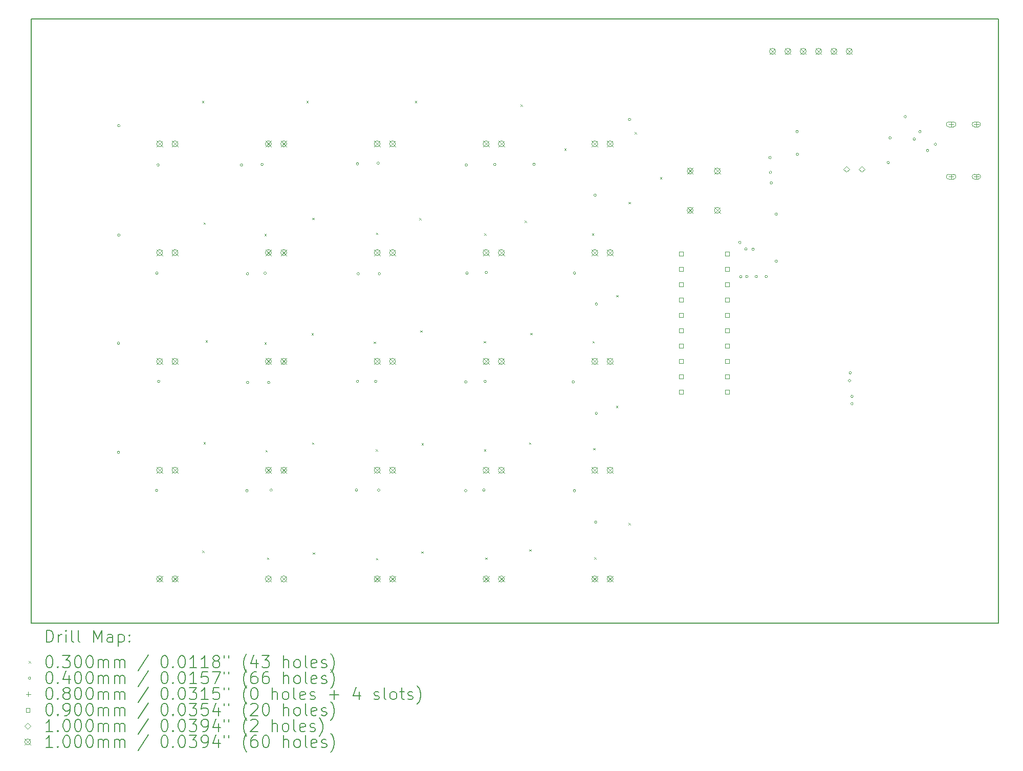
<source format=gbr>
%TF.GenerationSoftware,KiCad,Pcbnew,9.0.4*%
%TF.CreationDate,2025-10-26T21:25:07+02:00*%
%TF.ProjectId,ResumeCard,52657375-6d65-4436-9172-642e6b696361,rev?*%
%TF.SameCoordinates,Original*%
%TF.FileFunction,Drillmap*%
%TF.FilePolarity,Positive*%
%FSLAX45Y45*%
G04 Gerber Fmt 4.5, Leading zero omitted, Abs format (unit mm)*
G04 Created by KiCad (PCBNEW 9.0.4) date 2025-10-26 21:25:07*
%MOMM*%
%LPD*%
G01*
G04 APERTURE LIST*
%ADD10C,0.150000*%
%ADD11C,0.200000*%
%ADD12C,0.100000*%
G04 APERTURE END LIST*
D10*
X0Y10000000D02*
X16000000Y10000000D01*
X16000000Y0D01*
X0Y0D01*
X0Y10000000D01*
D11*
D12*
X2825000Y8640000D02*
X2855000Y8610000D01*
X2855000Y8640000D02*
X2825000Y8610000D01*
X2830000Y1197500D02*
X2860000Y1167500D01*
X2860000Y1197500D02*
X2830000Y1167500D01*
X2850000Y6630000D02*
X2880000Y6600000D01*
X2880000Y6630000D02*
X2850000Y6600000D01*
X2850000Y2995000D02*
X2880000Y2965000D01*
X2880000Y2995000D02*
X2850000Y2965000D01*
X2885000Y4677500D02*
X2915000Y4647500D01*
X2915000Y4677500D02*
X2885000Y4647500D01*
X3857500Y6437500D02*
X3887500Y6407500D01*
X3887500Y6437500D02*
X3857500Y6407500D01*
X3860000Y4642500D02*
X3890000Y4612500D01*
X3890000Y4642500D02*
X3860000Y4612500D01*
X3877500Y2862500D02*
X3907500Y2832500D01*
X3907500Y2862500D02*
X3877500Y2832500D01*
X3900000Y1085000D02*
X3930000Y1055000D01*
X3930000Y1085000D02*
X3900000Y1055000D01*
X4552500Y8640000D02*
X4582500Y8610000D01*
X4582500Y8640000D02*
X4552500Y8610000D01*
X4640000Y4795000D02*
X4670000Y4765000D01*
X4670000Y4795000D02*
X4640000Y4765000D01*
X4647500Y2990000D02*
X4677500Y2960000D01*
X4677500Y2990000D02*
X4647500Y2960000D01*
X4650000Y6705000D02*
X4680000Y6675000D01*
X4680000Y6705000D02*
X4650000Y6675000D01*
X4657500Y1167500D02*
X4687500Y1137500D01*
X4687500Y1167500D02*
X4657500Y1137500D01*
X5667500Y4655000D02*
X5697500Y4625000D01*
X5697500Y4655000D02*
X5667500Y4625000D01*
X5702500Y2875000D02*
X5732500Y2845000D01*
X5732500Y2875000D02*
X5702500Y2845000D01*
X5705000Y6460000D02*
X5735000Y6430000D01*
X5735000Y6460000D02*
X5705000Y6430000D01*
X5705000Y1075000D02*
X5735000Y1045000D01*
X5735000Y1075000D02*
X5705000Y1045000D01*
X6350000Y8640000D02*
X6380000Y8610000D01*
X6380000Y8640000D02*
X6350000Y8610000D01*
X6422500Y6702500D02*
X6452500Y6672500D01*
X6452500Y6702500D02*
X6422500Y6672500D01*
X6437500Y4842500D02*
X6467500Y4812500D01*
X6467500Y4842500D02*
X6437500Y4812500D01*
X6455000Y1185000D02*
X6485000Y1155000D01*
X6485000Y1185000D02*
X6455000Y1155000D01*
X6457500Y2975000D02*
X6487500Y2945000D01*
X6487500Y2975000D02*
X6457500Y2945000D01*
X7487500Y4665000D02*
X7517500Y4635000D01*
X7517500Y4665000D02*
X7487500Y4635000D01*
X7492500Y2875000D02*
X7522500Y2845000D01*
X7522500Y2875000D02*
X7492500Y2845000D01*
X7495000Y6447500D02*
X7525000Y6417500D01*
X7525000Y6447500D02*
X7495000Y6417500D01*
X7515000Y1085000D02*
X7545000Y1055000D01*
X7545000Y1085000D02*
X7515000Y1055000D01*
X8095000Y8580000D02*
X8125000Y8550000D01*
X8125000Y8580000D02*
X8095000Y8550000D01*
X8162500Y6660000D02*
X8192500Y6630000D01*
X8192500Y6660000D02*
X8162500Y6630000D01*
X8237500Y2990000D02*
X8267500Y2960000D01*
X8267500Y2990000D02*
X8237500Y2960000D01*
X8240000Y1217500D02*
X8270000Y1187500D01*
X8270000Y1217500D02*
X8240000Y1187500D01*
X8260000Y4800000D02*
X8290000Y4770000D01*
X8290000Y4800000D02*
X8260000Y4770000D01*
X8820000Y7855000D02*
X8850000Y7825000D01*
X8850000Y7855000D02*
X8820000Y7825000D01*
X9280000Y6447500D02*
X9310000Y6417500D01*
X9310000Y6447500D02*
X9280000Y6417500D01*
X9287500Y4665000D02*
X9317500Y4635000D01*
X9317500Y4665000D02*
X9287500Y4635000D01*
X9300000Y2895000D02*
X9330000Y2865000D01*
X9330000Y2895000D02*
X9300000Y2865000D01*
X9315000Y1087500D02*
X9345000Y1057500D01*
X9345000Y1087500D02*
X9315000Y1057500D01*
X9677500Y3595000D02*
X9707500Y3565000D01*
X9707500Y3595000D02*
X9677500Y3565000D01*
X9682500Y5427500D02*
X9712500Y5397500D01*
X9712500Y5427500D02*
X9682500Y5397500D01*
X9885000Y6970000D02*
X9915000Y6940000D01*
X9915000Y6970000D02*
X9885000Y6940000D01*
X9885000Y1655000D02*
X9915000Y1625000D01*
X9915000Y1655000D02*
X9885000Y1625000D01*
X9985000Y8125000D02*
X10015000Y8095000D01*
X10015000Y8125000D02*
X9985000Y8095000D01*
X10405000Y7377500D02*
X10435000Y7347500D01*
X10435000Y7377500D02*
X10405000Y7347500D01*
X1465000Y4630000D02*
G75*
G02*
X1425000Y4630000I-20000J0D01*
G01*
X1425000Y4630000D02*
G75*
G02*
X1465000Y4630000I20000J0D01*
G01*
X1465000Y2825000D02*
G75*
G02*
X1425000Y2825000I-20000J0D01*
G01*
X1425000Y2825000D02*
G75*
G02*
X1465000Y2825000I20000J0D01*
G01*
X1470000Y8230000D02*
G75*
G02*
X1430000Y8230000I-20000J0D01*
G01*
X1430000Y8230000D02*
G75*
G02*
X1470000Y8230000I20000J0D01*
G01*
X1470000Y6420000D02*
G75*
G02*
X1430000Y6420000I-20000J0D01*
G01*
X1430000Y6420000D02*
G75*
G02*
X1470000Y6420000I20000J0D01*
G01*
X2095000Y2195000D02*
G75*
G02*
X2055000Y2195000I-20000J0D01*
G01*
X2055000Y2195000D02*
G75*
G02*
X2095000Y2195000I20000J0D01*
G01*
X2100000Y5790000D02*
G75*
G02*
X2060000Y5790000I-20000J0D01*
G01*
X2060000Y5790000D02*
G75*
G02*
X2100000Y5790000I20000J0D01*
G01*
X2120000Y7580000D02*
G75*
G02*
X2080000Y7580000I-20000J0D01*
G01*
X2080000Y7580000D02*
G75*
G02*
X2120000Y7580000I20000J0D01*
G01*
X2130000Y4000000D02*
G75*
G02*
X2090000Y4000000I-20000J0D01*
G01*
X2090000Y4000000D02*
G75*
G02*
X2130000Y4000000I20000J0D01*
G01*
X3500000Y7580000D02*
G75*
G02*
X3460000Y7580000I-20000J0D01*
G01*
X3460000Y7580000D02*
G75*
G02*
X3500000Y7580000I20000J0D01*
G01*
X3590000Y2190000D02*
G75*
G02*
X3550000Y2190000I-20000J0D01*
G01*
X3550000Y2190000D02*
G75*
G02*
X3590000Y2190000I20000J0D01*
G01*
X3600000Y5780000D02*
G75*
G02*
X3560000Y5780000I-20000J0D01*
G01*
X3560000Y5780000D02*
G75*
G02*
X3600000Y5780000I20000J0D01*
G01*
X3600000Y3980000D02*
G75*
G02*
X3560000Y3980000I-20000J0D01*
G01*
X3560000Y3980000D02*
G75*
G02*
X3600000Y3980000I20000J0D01*
G01*
X3840000Y7590000D02*
G75*
G02*
X3800000Y7590000I-20000J0D01*
G01*
X3800000Y7590000D02*
G75*
G02*
X3840000Y7590000I20000J0D01*
G01*
X3890000Y5790000D02*
G75*
G02*
X3850000Y5790000I-20000J0D01*
G01*
X3850000Y5790000D02*
G75*
G02*
X3890000Y5790000I20000J0D01*
G01*
X3950000Y3980000D02*
G75*
G02*
X3910000Y3980000I-20000J0D01*
G01*
X3910000Y3980000D02*
G75*
G02*
X3950000Y3980000I20000J0D01*
G01*
X3990000Y2200000D02*
G75*
G02*
X3950000Y2200000I-20000J0D01*
G01*
X3950000Y2200000D02*
G75*
G02*
X3990000Y2200000I20000J0D01*
G01*
X5400000Y2200000D02*
G75*
G02*
X5360000Y2200000I-20000J0D01*
G01*
X5360000Y2200000D02*
G75*
G02*
X5400000Y2200000I20000J0D01*
G01*
X5420000Y7600000D02*
G75*
G02*
X5380000Y7600000I-20000J0D01*
G01*
X5380000Y7600000D02*
G75*
G02*
X5420000Y7600000I20000J0D01*
G01*
X5420000Y4000000D02*
G75*
G02*
X5380000Y4000000I-20000J0D01*
G01*
X5380000Y4000000D02*
G75*
G02*
X5420000Y4000000I20000J0D01*
G01*
X5430000Y5780000D02*
G75*
G02*
X5390000Y5780000I-20000J0D01*
G01*
X5390000Y5780000D02*
G75*
G02*
X5430000Y5780000I20000J0D01*
G01*
X5720000Y4000000D02*
G75*
G02*
X5680000Y4000000I-20000J0D01*
G01*
X5680000Y4000000D02*
G75*
G02*
X5720000Y4000000I20000J0D01*
G01*
X5760000Y7610000D02*
G75*
G02*
X5720000Y7610000I-20000J0D01*
G01*
X5720000Y7610000D02*
G75*
G02*
X5760000Y7610000I20000J0D01*
G01*
X5770000Y2200000D02*
G75*
G02*
X5730000Y2200000I-20000J0D01*
G01*
X5730000Y2200000D02*
G75*
G02*
X5770000Y2200000I20000J0D01*
G01*
X5780000Y5780000D02*
G75*
G02*
X5740000Y5780000I-20000J0D01*
G01*
X5740000Y5780000D02*
G75*
G02*
X5780000Y5780000I20000J0D01*
G01*
X7210000Y3990000D02*
G75*
G02*
X7170000Y3990000I-20000J0D01*
G01*
X7170000Y3990000D02*
G75*
G02*
X7210000Y3990000I20000J0D01*
G01*
X7210000Y2190000D02*
G75*
G02*
X7170000Y2190000I-20000J0D01*
G01*
X7170000Y2190000D02*
G75*
G02*
X7210000Y2190000I20000J0D01*
G01*
X7220000Y7580000D02*
G75*
G02*
X7180000Y7580000I-20000J0D01*
G01*
X7180000Y7580000D02*
G75*
G02*
X7220000Y7580000I20000J0D01*
G01*
X7230000Y5790000D02*
G75*
G02*
X7190000Y5790000I-20000J0D01*
G01*
X7190000Y5790000D02*
G75*
G02*
X7230000Y5790000I20000J0D01*
G01*
X7510000Y2200000D02*
G75*
G02*
X7470000Y2200000I-20000J0D01*
G01*
X7470000Y2200000D02*
G75*
G02*
X7510000Y2200000I20000J0D01*
G01*
X7530000Y4000000D02*
G75*
G02*
X7490000Y4000000I-20000J0D01*
G01*
X7490000Y4000000D02*
G75*
G02*
X7530000Y4000000I20000J0D01*
G01*
X7550000Y5800000D02*
G75*
G02*
X7510000Y5800000I-20000J0D01*
G01*
X7510000Y5800000D02*
G75*
G02*
X7550000Y5800000I20000J0D01*
G01*
X7690000Y7590000D02*
G75*
G02*
X7650000Y7590000I-20000J0D01*
G01*
X7650000Y7590000D02*
G75*
G02*
X7690000Y7590000I20000J0D01*
G01*
X8340000Y7590000D02*
G75*
G02*
X8300000Y7590000I-20000J0D01*
G01*
X8300000Y7590000D02*
G75*
G02*
X8340000Y7590000I20000J0D01*
G01*
X8990000Y3990000D02*
G75*
G02*
X8950000Y3990000I-20000J0D01*
G01*
X8950000Y3990000D02*
G75*
G02*
X8990000Y3990000I20000J0D01*
G01*
X9010000Y5790000D02*
G75*
G02*
X8970000Y5790000I-20000J0D01*
G01*
X8970000Y5790000D02*
G75*
G02*
X9010000Y5790000I20000J0D01*
G01*
X9010000Y2190000D02*
G75*
G02*
X8970000Y2190000I-20000J0D01*
G01*
X8970000Y2190000D02*
G75*
G02*
X9010000Y2190000I20000J0D01*
G01*
X9350000Y7080000D02*
G75*
G02*
X9310000Y7080000I-20000J0D01*
G01*
X9310000Y7080000D02*
G75*
G02*
X9350000Y7080000I20000J0D01*
G01*
X9360000Y1670000D02*
G75*
G02*
X9320000Y1670000I-20000J0D01*
G01*
X9320000Y1670000D02*
G75*
G02*
X9360000Y1670000I20000J0D01*
G01*
X9370000Y5280000D02*
G75*
G02*
X9330000Y5280000I-20000J0D01*
G01*
X9330000Y5280000D02*
G75*
G02*
X9370000Y5280000I20000J0D01*
G01*
X9370000Y3470000D02*
G75*
G02*
X9330000Y3470000I-20000J0D01*
G01*
X9330000Y3470000D02*
G75*
G02*
X9370000Y3470000I20000J0D01*
G01*
X9920000Y8335000D02*
G75*
G02*
X9880000Y8335000I-20000J0D01*
G01*
X9880000Y8335000D02*
G75*
G02*
X9920000Y8335000I20000J0D01*
G01*
X11745000Y6297500D02*
G75*
G02*
X11705000Y6297500I-20000J0D01*
G01*
X11705000Y6297500D02*
G75*
G02*
X11745000Y6297500I20000J0D01*
G01*
X11760000Y5730000D02*
G75*
G02*
X11720000Y5730000I-20000J0D01*
G01*
X11720000Y5730000D02*
G75*
G02*
X11760000Y5730000I20000J0D01*
G01*
X11845000Y6190000D02*
G75*
G02*
X11805000Y6190000I-20000J0D01*
G01*
X11805000Y6190000D02*
G75*
G02*
X11845000Y6190000I20000J0D01*
G01*
X11860000Y5732500D02*
G75*
G02*
X11820000Y5732500I-20000J0D01*
G01*
X11820000Y5732500D02*
G75*
G02*
X11860000Y5732500I20000J0D01*
G01*
X11962500Y6185000D02*
G75*
G02*
X11922500Y6185000I-20000J0D01*
G01*
X11922500Y6185000D02*
G75*
G02*
X11962500Y6185000I20000J0D01*
G01*
X12015000Y5735000D02*
G75*
G02*
X11975000Y5735000I-20000J0D01*
G01*
X11975000Y5735000D02*
G75*
G02*
X12015000Y5735000I20000J0D01*
G01*
X12180000Y5735000D02*
G75*
G02*
X12140000Y5735000I-20000J0D01*
G01*
X12140000Y5735000D02*
G75*
G02*
X12180000Y5735000I20000J0D01*
G01*
X12244250Y7702500D02*
G75*
G02*
X12204250Y7702500I-20000J0D01*
G01*
X12204250Y7702500D02*
G75*
G02*
X12244250Y7702500I20000J0D01*
G01*
X12252500Y7457500D02*
G75*
G02*
X12212500Y7457500I-20000J0D01*
G01*
X12212500Y7457500D02*
G75*
G02*
X12252500Y7457500I20000J0D01*
G01*
X12265000Y7285000D02*
G75*
G02*
X12225000Y7285000I-20000J0D01*
G01*
X12225000Y7285000D02*
G75*
G02*
X12265000Y7285000I20000J0D01*
G01*
X12345000Y6767500D02*
G75*
G02*
X12305000Y6767500I-20000J0D01*
G01*
X12305000Y6767500D02*
G75*
G02*
X12345000Y6767500I20000J0D01*
G01*
X12347500Y5987500D02*
G75*
G02*
X12307500Y5987500I-20000J0D01*
G01*
X12307500Y5987500D02*
G75*
G02*
X12347500Y5987500I20000J0D01*
G01*
X12692500Y8132500D02*
G75*
G02*
X12652500Y8132500I-20000J0D01*
G01*
X12652500Y8132500D02*
G75*
G02*
X12692500Y8132500I20000J0D01*
G01*
X12697500Y7757500D02*
G75*
G02*
X12657500Y7757500I-20000J0D01*
G01*
X12657500Y7757500D02*
G75*
G02*
X12697500Y7757500I20000J0D01*
G01*
X13560000Y4010000D02*
G75*
G02*
X13520000Y4010000I-20000J0D01*
G01*
X13520000Y4010000D02*
G75*
G02*
X13560000Y4010000I20000J0D01*
G01*
X13570000Y4140000D02*
G75*
G02*
X13530000Y4140000I-20000J0D01*
G01*
X13530000Y4140000D02*
G75*
G02*
X13570000Y4140000I20000J0D01*
G01*
X13600000Y3750000D02*
G75*
G02*
X13560000Y3750000I-20000J0D01*
G01*
X13560000Y3750000D02*
G75*
G02*
X13600000Y3750000I20000J0D01*
G01*
X13600000Y3630000D02*
G75*
G02*
X13560000Y3630000I-20000J0D01*
G01*
X13560000Y3630000D02*
G75*
G02*
X13600000Y3630000I20000J0D01*
G01*
X14200000Y7620000D02*
G75*
G02*
X14160000Y7620000I-20000J0D01*
G01*
X14160000Y7620000D02*
G75*
G02*
X14200000Y7620000I20000J0D01*
G01*
X14230000Y8030000D02*
G75*
G02*
X14190000Y8030000I-20000J0D01*
G01*
X14190000Y8030000D02*
G75*
G02*
X14230000Y8030000I20000J0D01*
G01*
X14480000Y8380000D02*
G75*
G02*
X14440000Y8380000I-20000J0D01*
G01*
X14440000Y8380000D02*
G75*
G02*
X14480000Y8380000I20000J0D01*
G01*
X14630000Y8010000D02*
G75*
G02*
X14590000Y8010000I-20000J0D01*
G01*
X14590000Y8010000D02*
G75*
G02*
X14630000Y8010000I20000J0D01*
G01*
X14725123Y8133250D02*
G75*
G02*
X14685123Y8133250I-20000J0D01*
G01*
X14685123Y8133250D02*
G75*
G02*
X14725123Y8133250I20000J0D01*
G01*
X14850000Y7820000D02*
G75*
G02*
X14810000Y7820000I-20000J0D01*
G01*
X14810000Y7820000D02*
G75*
G02*
X14850000Y7820000I20000J0D01*
G01*
X14980030Y7922500D02*
G75*
G02*
X14940030Y7922500I-20000J0D01*
G01*
X14940030Y7922500D02*
G75*
G02*
X14980030Y7922500I20000J0D01*
G01*
X15220000Y8293000D02*
X15220000Y8213000D01*
X15180000Y8253000D02*
X15260000Y8253000D01*
X15180001Y8213000D02*
X15259999Y8213000D01*
X15259999Y8293000D02*
G75*
G02*
X15259999Y8213000I0J-40000D01*
G01*
X15259999Y8293000D02*
X15180001Y8293000D01*
X15180001Y8293000D02*
G75*
G03*
X15180001Y8213000I0J-40000D01*
G01*
X15220000Y7427000D02*
X15220000Y7347000D01*
X15180000Y7387000D02*
X15260000Y7387000D01*
X15179999Y7347000D02*
X15260001Y7347000D01*
X15260001Y7427000D02*
G75*
G02*
X15260001Y7347000I0J-40000D01*
G01*
X15260001Y7427000D02*
X15179999Y7427000D01*
X15179999Y7427000D02*
G75*
G03*
X15179999Y7347000I0J-40000D01*
G01*
X15638000Y8293000D02*
X15638000Y8213000D01*
X15598000Y8253000D02*
X15678000Y8253000D01*
X15608000Y8213000D02*
X15668000Y8213000D01*
X15668000Y8293000D02*
G75*
G02*
X15668000Y8213000I0J-40000D01*
G01*
X15668000Y8293000D02*
X15608000Y8293000D01*
X15608000Y8293000D02*
G75*
G03*
X15608000Y8213000I0J-40000D01*
G01*
X15638000Y7427000D02*
X15638000Y7347000D01*
X15598000Y7387000D02*
X15678000Y7387000D01*
X15608000Y7347000D02*
X15668000Y7347000D01*
X15668000Y7427000D02*
G75*
G02*
X15668000Y7347000I0J-40000D01*
G01*
X15668000Y7427000D02*
X15608000Y7427000D01*
X15608000Y7427000D02*
G75*
G03*
X15608000Y7347000I0J-40000D01*
G01*
X10783321Y6077179D02*
X10783321Y6140821D01*
X10719679Y6140821D01*
X10719679Y6077179D01*
X10783321Y6077179D01*
X10783321Y5823179D02*
X10783321Y5886821D01*
X10719679Y5886821D01*
X10719679Y5823179D01*
X10783321Y5823179D01*
X10783321Y5569179D02*
X10783321Y5632821D01*
X10719679Y5632821D01*
X10719679Y5569179D01*
X10783321Y5569179D01*
X10783321Y5315179D02*
X10783321Y5378821D01*
X10719679Y5378821D01*
X10719679Y5315179D01*
X10783321Y5315179D01*
X10783321Y5061179D02*
X10783321Y5124821D01*
X10719679Y5124821D01*
X10719679Y5061179D01*
X10783321Y5061179D01*
X10783321Y4807179D02*
X10783321Y4870821D01*
X10719679Y4870821D01*
X10719679Y4807179D01*
X10783321Y4807179D01*
X10783321Y4553179D02*
X10783321Y4616821D01*
X10719679Y4616821D01*
X10719679Y4553179D01*
X10783321Y4553179D01*
X10783321Y4299179D02*
X10783321Y4362821D01*
X10719679Y4362821D01*
X10719679Y4299179D01*
X10783321Y4299179D01*
X10783321Y4045179D02*
X10783321Y4108821D01*
X10719679Y4108821D01*
X10719679Y4045179D01*
X10783321Y4045179D01*
X10783321Y3791179D02*
X10783321Y3854821D01*
X10719679Y3854821D01*
X10719679Y3791179D01*
X10783321Y3791179D01*
X11545321Y6077179D02*
X11545321Y6140821D01*
X11481679Y6140821D01*
X11481679Y6077179D01*
X11545321Y6077179D01*
X11545321Y5823179D02*
X11545321Y5886821D01*
X11481679Y5886821D01*
X11481679Y5823179D01*
X11545321Y5823179D01*
X11545321Y5569179D02*
X11545321Y5632821D01*
X11481679Y5632821D01*
X11481679Y5569179D01*
X11545321Y5569179D01*
X11545321Y5315179D02*
X11545321Y5378821D01*
X11481679Y5378821D01*
X11481679Y5315179D01*
X11545321Y5315179D01*
X11545321Y5061179D02*
X11545321Y5124821D01*
X11481679Y5124821D01*
X11481679Y5061179D01*
X11545321Y5061179D01*
X11545321Y4807179D02*
X11545321Y4870821D01*
X11481679Y4870821D01*
X11481679Y4807179D01*
X11545321Y4807179D01*
X11545321Y4553179D02*
X11545321Y4616821D01*
X11481679Y4616821D01*
X11481679Y4553179D01*
X11545321Y4553179D01*
X11545321Y4299179D02*
X11545321Y4362821D01*
X11481679Y4362821D01*
X11481679Y4299179D01*
X11545321Y4299179D01*
X11545321Y4045179D02*
X11545321Y4108821D01*
X11481679Y4108821D01*
X11481679Y4045179D01*
X11545321Y4045179D01*
X11545321Y3791179D02*
X11545321Y3854821D01*
X11481679Y3854821D01*
X11481679Y3791179D01*
X11545321Y3791179D01*
X13485500Y7461500D02*
X13535500Y7511500D01*
X13485500Y7561500D01*
X13435500Y7511500D01*
X13485500Y7461500D01*
X13739500Y7461500D02*
X13789500Y7511500D01*
X13739500Y7561500D01*
X13689500Y7511500D01*
X13739500Y7461500D01*
X2075000Y7980000D02*
X2175000Y7880000D01*
X2175000Y7980000D02*
X2075000Y7880000D01*
X2175000Y7930000D02*
G75*
G02*
X2075000Y7930000I-50000J0D01*
G01*
X2075000Y7930000D02*
G75*
G02*
X2175000Y7930000I50000J0D01*
G01*
X2075000Y6180000D02*
X2175000Y6080000D01*
X2175000Y6180000D02*
X2075000Y6080000D01*
X2175000Y6130000D02*
G75*
G02*
X2075000Y6130000I-50000J0D01*
G01*
X2075000Y6130000D02*
G75*
G02*
X2175000Y6130000I50000J0D01*
G01*
X2075000Y4380000D02*
X2175000Y4280000D01*
X2175000Y4380000D02*
X2075000Y4280000D01*
X2175000Y4330000D02*
G75*
G02*
X2075000Y4330000I-50000J0D01*
G01*
X2075000Y4330000D02*
G75*
G02*
X2175000Y4330000I50000J0D01*
G01*
X2075000Y2580000D02*
X2175000Y2480000D01*
X2175000Y2580000D02*
X2075000Y2480000D01*
X2175000Y2530000D02*
G75*
G02*
X2075000Y2530000I-50000J0D01*
G01*
X2075000Y2530000D02*
G75*
G02*
X2175000Y2530000I50000J0D01*
G01*
X2075000Y780000D02*
X2175000Y680000D01*
X2175000Y780000D02*
X2075000Y680000D01*
X2175000Y730000D02*
G75*
G02*
X2075000Y730000I-50000J0D01*
G01*
X2075000Y730000D02*
G75*
G02*
X2175000Y730000I50000J0D01*
G01*
X2329000Y7980000D02*
X2429000Y7880000D01*
X2429000Y7980000D02*
X2329000Y7880000D01*
X2429000Y7930000D02*
G75*
G02*
X2329000Y7930000I-50000J0D01*
G01*
X2329000Y7930000D02*
G75*
G02*
X2429000Y7930000I50000J0D01*
G01*
X2329000Y6180000D02*
X2429000Y6080000D01*
X2429000Y6180000D02*
X2329000Y6080000D01*
X2429000Y6130000D02*
G75*
G02*
X2329000Y6130000I-50000J0D01*
G01*
X2329000Y6130000D02*
G75*
G02*
X2429000Y6130000I50000J0D01*
G01*
X2329000Y4380000D02*
X2429000Y4280000D01*
X2429000Y4380000D02*
X2329000Y4280000D01*
X2429000Y4330000D02*
G75*
G02*
X2329000Y4330000I-50000J0D01*
G01*
X2329000Y4330000D02*
G75*
G02*
X2429000Y4330000I50000J0D01*
G01*
X2329000Y2580000D02*
X2429000Y2480000D01*
X2429000Y2580000D02*
X2329000Y2480000D01*
X2429000Y2530000D02*
G75*
G02*
X2329000Y2530000I-50000J0D01*
G01*
X2329000Y2530000D02*
G75*
G02*
X2429000Y2530000I50000J0D01*
G01*
X2329000Y780000D02*
X2429000Y680000D01*
X2429000Y780000D02*
X2329000Y680000D01*
X2429000Y730000D02*
G75*
G02*
X2329000Y730000I-50000J0D01*
G01*
X2329000Y730000D02*
G75*
G02*
X2429000Y730000I50000J0D01*
G01*
X3875000Y7980000D02*
X3975000Y7880000D01*
X3975000Y7980000D02*
X3875000Y7880000D01*
X3975000Y7930000D02*
G75*
G02*
X3875000Y7930000I-50000J0D01*
G01*
X3875000Y7930000D02*
G75*
G02*
X3975000Y7930000I50000J0D01*
G01*
X3875000Y6180000D02*
X3975000Y6080000D01*
X3975000Y6180000D02*
X3875000Y6080000D01*
X3975000Y6130000D02*
G75*
G02*
X3875000Y6130000I-50000J0D01*
G01*
X3875000Y6130000D02*
G75*
G02*
X3975000Y6130000I50000J0D01*
G01*
X3875000Y4380000D02*
X3975000Y4280000D01*
X3975000Y4380000D02*
X3875000Y4280000D01*
X3975000Y4330000D02*
G75*
G02*
X3875000Y4330000I-50000J0D01*
G01*
X3875000Y4330000D02*
G75*
G02*
X3975000Y4330000I50000J0D01*
G01*
X3875000Y2580000D02*
X3975000Y2480000D01*
X3975000Y2580000D02*
X3875000Y2480000D01*
X3975000Y2530000D02*
G75*
G02*
X3875000Y2530000I-50000J0D01*
G01*
X3875000Y2530000D02*
G75*
G02*
X3975000Y2530000I50000J0D01*
G01*
X3875000Y780000D02*
X3975000Y680000D01*
X3975000Y780000D02*
X3875000Y680000D01*
X3975000Y730000D02*
G75*
G02*
X3875000Y730000I-50000J0D01*
G01*
X3875000Y730000D02*
G75*
G02*
X3975000Y730000I50000J0D01*
G01*
X4129000Y7980000D02*
X4229000Y7880000D01*
X4229000Y7980000D02*
X4129000Y7880000D01*
X4229000Y7930000D02*
G75*
G02*
X4129000Y7930000I-50000J0D01*
G01*
X4129000Y7930000D02*
G75*
G02*
X4229000Y7930000I50000J0D01*
G01*
X4129000Y6180000D02*
X4229000Y6080000D01*
X4229000Y6180000D02*
X4129000Y6080000D01*
X4229000Y6130000D02*
G75*
G02*
X4129000Y6130000I-50000J0D01*
G01*
X4129000Y6130000D02*
G75*
G02*
X4229000Y6130000I50000J0D01*
G01*
X4129000Y4380000D02*
X4229000Y4280000D01*
X4229000Y4380000D02*
X4129000Y4280000D01*
X4229000Y4330000D02*
G75*
G02*
X4129000Y4330000I-50000J0D01*
G01*
X4129000Y4330000D02*
G75*
G02*
X4229000Y4330000I50000J0D01*
G01*
X4129000Y2580000D02*
X4229000Y2480000D01*
X4229000Y2580000D02*
X4129000Y2480000D01*
X4229000Y2530000D02*
G75*
G02*
X4129000Y2530000I-50000J0D01*
G01*
X4129000Y2530000D02*
G75*
G02*
X4229000Y2530000I50000J0D01*
G01*
X4129000Y780000D02*
X4229000Y680000D01*
X4229000Y780000D02*
X4129000Y680000D01*
X4229000Y730000D02*
G75*
G02*
X4129000Y730000I-50000J0D01*
G01*
X4129000Y730000D02*
G75*
G02*
X4229000Y730000I50000J0D01*
G01*
X5675000Y7980000D02*
X5775000Y7880000D01*
X5775000Y7980000D02*
X5675000Y7880000D01*
X5775000Y7930000D02*
G75*
G02*
X5675000Y7930000I-50000J0D01*
G01*
X5675000Y7930000D02*
G75*
G02*
X5775000Y7930000I50000J0D01*
G01*
X5675000Y6180000D02*
X5775000Y6080000D01*
X5775000Y6180000D02*
X5675000Y6080000D01*
X5775000Y6130000D02*
G75*
G02*
X5675000Y6130000I-50000J0D01*
G01*
X5675000Y6130000D02*
G75*
G02*
X5775000Y6130000I50000J0D01*
G01*
X5675000Y4380000D02*
X5775000Y4280000D01*
X5775000Y4380000D02*
X5675000Y4280000D01*
X5775000Y4330000D02*
G75*
G02*
X5675000Y4330000I-50000J0D01*
G01*
X5675000Y4330000D02*
G75*
G02*
X5775000Y4330000I50000J0D01*
G01*
X5675000Y2580000D02*
X5775000Y2480000D01*
X5775000Y2580000D02*
X5675000Y2480000D01*
X5775000Y2530000D02*
G75*
G02*
X5675000Y2530000I-50000J0D01*
G01*
X5675000Y2530000D02*
G75*
G02*
X5775000Y2530000I50000J0D01*
G01*
X5675000Y780000D02*
X5775000Y680000D01*
X5775000Y780000D02*
X5675000Y680000D01*
X5775000Y730000D02*
G75*
G02*
X5675000Y730000I-50000J0D01*
G01*
X5675000Y730000D02*
G75*
G02*
X5775000Y730000I50000J0D01*
G01*
X5929000Y7980000D02*
X6029000Y7880000D01*
X6029000Y7980000D02*
X5929000Y7880000D01*
X6029000Y7930000D02*
G75*
G02*
X5929000Y7930000I-50000J0D01*
G01*
X5929000Y7930000D02*
G75*
G02*
X6029000Y7930000I50000J0D01*
G01*
X5929000Y6180000D02*
X6029000Y6080000D01*
X6029000Y6180000D02*
X5929000Y6080000D01*
X6029000Y6130000D02*
G75*
G02*
X5929000Y6130000I-50000J0D01*
G01*
X5929000Y6130000D02*
G75*
G02*
X6029000Y6130000I50000J0D01*
G01*
X5929000Y4380000D02*
X6029000Y4280000D01*
X6029000Y4380000D02*
X5929000Y4280000D01*
X6029000Y4330000D02*
G75*
G02*
X5929000Y4330000I-50000J0D01*
G01*
X5929000Y4330000D02*
G75*
G02*
X6029000Y4330000I50000J0D01*
G01*
X5929000Y2580000D02*
X6029000Y2480000D01*
X6029000Y2580000D02*
X5929000Y2480000D01*
X6029000Y2530000D02*
G75*
G02*
X5929000Y2530000I-50000J0D01*
G01*
X5929000Y2530000D02*
G75*
G02*
X6029000Y2530000I50000J0D01*
G01*
X5929000Y780000D02*
X6029000Y680000D01*
X6029000Y780000D02*
X5929000Y680000D01*
X6029000Y730000D02*
G75*
G02*
X5929000Y730000I-50000J0D01*
G01*
X5929000Y730000D02*
G75*
G02*
X6029000Y730000I50000J0D01*
G01*
X7475000Y7980000D02*
X7575000Y7880000D01*
X7575000Y7980000D02*
X7475000Y7880000D01*
X7575000Y7930000D02*
G75*
G02*
X7475000Y7930000I-50000J0D01*
G01*
X7475000Y7930000D02*
G75*
G02*
X7575000Y7930000I50000J0D01*
G01*
X7475000Y6180000D02*
X7575000Y6080000D01*
X7575000Y6180000D02*
X7475000Y6080000D01*
X7575000Y6130000D02*
G75*
G02*
X7475000Y6130000I-50000J0D01*
G01*
X7475000Y6130000D02*
G75*
G02*
X7575000Y6130000I50000J0D01*
G01*
X7475000Y4380000D02*
X7575000Y4280000D01*
X7575000Y4380000D02*
X7475000Y4280000D01*
X7575000Y4330000D02*
G75*
G02*
X7475000Y4330000I-50000J0D01*
G01*
X7475000Y4330000D02*
G75*
G02*
X7575000Y4330000I50000J0D01*
G01*
X7475000Y2580000D02*
X7575000Y2480000D01*
X7575000Y2580000D02*
X7475000Y2480000D01*
X7575000Y2530000D02*
G75*
G02*
X7475000Y2530000I-50000J0D01*
G01*
X7475000Y2530000D02*
G75*
G02*
X7575000Y2530000I50000J0D01*
G01*
X7475000Y780000D02*
X7575000Y680000D01*
X7575000Y780000D02*
X7475000Y680000D01*
X7575000Y730000D02*
G75*
G02*
X7475000Y730000I-50000J0D01*
G01*
X7475000Y730000D02*
G75*
G02*
X7575000Y730000I50000J0D01*
G01*
X7729000Y7980000D02*
X7829000Y7880000D01*
X7829000Y7980000D02*
X7729000Y7880000D01*
X7829000Y7930000D02*
G75*
G02*
X7729000Y7930000I-50000J0D01*
G01*
X7729000Y7930000D02*
G75*
G02*
X7829000Y7930000I50000J0D01*
G01*
X7729000Y6180000D02*
X7829000Y6080000D01*
X7829000Y6180000D02*
X7729000Y6080000D01*
X7829000Y6130000D02*
G75*
G02*
X7729000Y6130000I-50000J0D01*
G01*
X7729000Y6130000D02*
G75*
G02*
X7829000Y6130000I50000J0D01*
G01*
X7729000Y4380000D02*
X7829000Y4280000D01*
X7829000Y4380000D02*
X7729000Y4280000D01*
X7829000Y4330000D02*
G75*
G02*
X7729000Y4330000I-50000J0D01*
G01*
X7729000Y4330000D02*
G75*
G02*
X7829000Y4330000I50000J0D01*
G01*
X7729000Y2580000D02*
X7829000Y2480000D01*
X7829000Y2580000D02*
X7729000Y2480000D01*
X7829000Y2530000D02*
G75*
G02*
X7729000Y2530000I-50000J0D01*
G01*
X7729000Y2530000D02*
G75*
G02*
X7829000Y2530000I50000J0D01*
G01*
X7729000Y780000D02*
X7829000Y680000D01*
X7829000Y780000D02*
X7729000Y680000D01*
X7829000Y730000D02*
G75*
G02*
X7729000Y730000I-50000J0D01*
G01*
X7729000Y730000D02*
G75*
G02*
X7829000Y730000I50000J0D01*
G01*
X9275000Y7980000D02*
X9375000Y7880000D01*
X9375000Y7980000D02*
X9275000Y7880000D01*
X9375000Y7930000D02*
G75*
G02*
X9275000Y7930000I-50000J0D01*
G01*
X9275000Y7930000D02*
G75*
G02*
X9375000Y7930000I50000J0D01*
G01*
X9275000Y6180000D02*
X9375000Y6080000D01*
X9375000Y6180000D02*
X9275000Y6080000D01*
X9375000Y6130000D02*
G75*
G02*
X9275000Y6130000I-50000J0D01*
G01*
X9275000Y6130000D02*
G75*
G02*
X9375000Y6130000I50000J0D01*
G01*
X9275000Y4380000D02*
X9375000Y4280000D01*
X9375000Y4380000D02*
X9275000Y4280000D01*
X9375000Y4330000D02*
G75*
G02*
X9275000Y4330000I-50000J0D01*
G01*
X9275000Y4330000D02*
G75*
G02*
X9375000Y4330000I50000J0D01*
G01*
X9275000Y2580000D02*
X9375000Y2480000D01*
X9375000Y2580000D02*
X9275000Y2480000D01*
X9375000Y2530000D02*
G75*
G02*
X9275000Y2530000I-50000J0D01*
G01*
X9275000Y2530000D02*
G75*
G02*
X9375000Y2530000I50000J0D01*
G01*
X9275000Y780000D02*
X9375000Y680000D01*
X9375000Y780000D02*
X9275000Y680000D01*
X9375000Y730000D02*
G75*
G02*
X9275000Y730000I-50000J0D01*
G01*
X9275000Y730000D02*
G75*
G02*
X9375000Y730000I50000J0D01*
G01*
X9529000Y7980000D02*
X9629000Y7880000D01*
X9629000Y7980000D02*
X9529000Y7880000D01*
X9629000Y7930000D02*
G75*
G02*
X9529000Y7930000I-50000J0D01*
G01*
X9529000Y7930000D02*
G75*
G02*
X9629000Y7930000I50000J0D01*
G01*
X9529000Y6180000D02*
X9629000Y6080000D01*
X9629000Y6180000D02*
X9529000Y6080000D01*
X9629000Y6130000D02*
G75*
G02*
X9529000Y6130000I-50000J0D01*
G01*
X9529000Y6130000D02*
G75*
G02*
X9629000Y6130000I50000J0D01*
G01*
X9529000Y4380000D02*
X9629000Y4280000D01*
X9629000Y4380000D02*
X9529000Y4280000D01*
X9629000Y4330000D02*
G75*
G02*
X9529000Y4330000I-50000J0D01*
G01*
X9529000Y4330000D02*
G75*
G02*
X9629000Y4330000I50000J0D01*
G01*
X9529000Y2580000D02*
X9629000Y2480000D01*
X9629000Y2580000D02*
X9529000Y2480000D01*
X9629000Y2530000D02*
G75*
G02*
X9529000Y2530000I-50000J0D01*
G01*
X9529000Y2530000D02*
G75*
G02*
X9629000Y2530000I50000J0D01*
G01*
X9529000Y780000D02*
X9629000Y680000D01*
X9629000Y780000D02*
X9529000Y680000D01*
X9629000Y730000D02*
G75*
G02*
X9529000Y730000I-50000J0D01*
G01*
X9529000Y730000D02*
G75*
G02*
X9629000Y730000I50000J0D01*
G01*
X10852500Y7530000D02*
X10952500Y7430000D01*
X10952500Y7530000D02*
X10852500Y7430000D01*
X10952500Y7480000D02*
G75*
G02*
X10852500Y7480000I-50000J0D01*
G01*
X10852500Y7480000D02*
G75*
G02*
X10952500Y7480000I50000J0D01*
G01*
X10852500Y6880000D02*
X10952500Y6780000D01*
X10952500Y6880000D02*
X10852500Y6780000D01*
X10952500Y6830000D02*
G75*
G02*
X10852500Y6830000I-50000J0D01*
G01*
X10852500Y6830000D02*
G75*
G02*
X10952500Y6830000I50000J0D01*
G01*
X11302500Y7530000D02*
X11402500Y7430000D01*
X11402500Y7530000D02*
X11302500Y7430000D01*
X11402500Y7480000D02*
G75*
G02*
X11302500Y7480000I-50000J0D01*
G01*
X11302500Y7480000D02*
G75*
G02*
X11402500Y7480000I50000J0D01*
G01*
X11302500Y6880000D02*
X11402500Y6780000D01*
X11402500Y6880000D02*
X11302500Y6780000D01*
X11402500Y6830000D02*
G75*
G02*
X11302500Y6830000I-50000J0D01*
G01*
X11302500Y6830000D02*
G75*
G02*
X11402500Y6830000I50000J0D01*
G01*
X12215000Y9510000D02*
X12315000Y9410000D01*
X12315000Y9510000D02*
X12215000Y9410000D01*
X12315000Y9460000D02*
G75*
G02*
X12215000Y9460000I-50000J0D01*
G01*
X12215000Y9460000D02*
G75*
G02*
X12315000Y9460000I50000J0D01*
G01*
X12469000Y9510000D02*
X12569000Y9410000D01*
X12569000Y9510000D02*
X12469000Y9410000D01*
X12569000Y9460000D02*
G75*
G02*
X12469000Y9460000I-50000J0D01*
G01*
X12469000Y9460000D02*
G75*
G02*
X12569000Y9460000I50000J0D01*
G01*
X12723000Y9510000D02*
X12823000Y9410000D01*
X12823000Y9510000D02*
X12723000Y9410000D01*
X12823000Y9460000D02*
G75*
G02*
X12723000Y9460000I-50000J0D01*
G01*
X12723000Y9460000D02*
G75*
G02*
X12823000Y9460000I50000J0D01*
G01*
X12977000Y9510000D02*
X13077000Y9410000D01*
X13077000Y9510000D02*
X12977000Y9410000D01*
X13077000Y9460000D02*
G75*
G02*
X12977000Y9460000I-50000J0D01*
G01*
X12977000Y9460000D02*
G75*
G02*
X13077000Y9460000I50000J0D01*
G01*
X13231000Y9510000D02*
X13331000Y9410000D01*
X13331000Y9510000D02*
X13231000Y9410000D01*
X13331000Y9460000D02*
G75*
G02*
X13231000Y9460000I-50000J0D01*
G01*
X13231000Y9460000D02*
G75*
G02*
X13331000Y9460000I50000J0D01*
G01*
X13485000Y9510000D02*
X13585000Y9410000D01*
X13585000Y9510000D02*
X13485000Y9410000D01*
X13585000Y9460000D02*
G75*
G02*
X13485000Y9460000I-50000J0D01*
G01*
X13485000Y9460000D02*
G75*
G02*
X13585000Y9460000I50000J0D01*
G01*
D11*
X253277Y-318984D02*
X253277Y-118984D01*
X253277Y-118984D02*
X300896Y-118984D01*
X300896Y-118984D02*
X329467Y-128508D01*
X329467Y-128508D02*
X348515Y-147555D01*
X348515Y-147555D02*
X358039Y-166603D01*
X358039Y-166603D02*
X367562Y-204698D01*
X367562Y-204698D02*
X367562Y-233269D01*
X367562Y-233269D02*
X358039Y-271365D01*
X358039Y-271365D02*
X348515Y-290412D01*
X348515Y-290412D02*
X329467Y-309460D01*
X329467Y-309460D02*
X300896Y-318984D01*
X300896Y-318984D02*
X253277Y-318984D01*
X453277Y-318984D02*
X453277Y-185650D01*
X453277Y-223746D02*
X462801Y-204698D01*
X462801Y-204698D02*
X472324Y-195174D01*
X472324Y-195174D02*
X491372Y-185650D01*
X491372Y-185650D02*
X510420Y-185650D01*
X577086Y-318984D02*
X577086Y-185650D01*
X577086Y-118984D02*
X567563Y-128508D01*
X567563Y-128508D02*
X577086Y-138031D01*
X577086Y-138031D02*
X586610Y-128508D01*
X586610Y-128508D02*
X577086Y-118984D01*
X577086Y-118984D02*
X577086Y-138031D01*
X700896Y-318984D02*
X681848Y-309460D01*
X681848Y-309460D02*
X672324Y-290412D01*
X672324Y-290412D02*
X672324Y-118984D01*
X805658Y-318984D02*
X786610Y-309460D01*
X786610Y-309460D02*
X777086Y-290412D01*
X777086Y-290412D02*
X777086Y-118984D01*
X1034229Y-318984D02*
X1034229Y-118984D01*
X1034229Y-118984D02*
X1100896Y-261841D01*
X1100896Y-261841D02*
X1167563Y-118984D01*
X1167563Y-118984D02*
X1167563Y-318984D01*
X1348515Y-318984D02*
X1348515Y-214222D01*
X1348515Y-214222D02*
X1338991Y-195174D01*
X1338991Y-195174D02*
X1319944Y-185650D01*
X1319944Y-185650D02*
X1281848Y-185650D01*
X1281848Y-185650D02*
X1262801Y-195174D01*
X1348515Y-309460D02*
X1329467Y-318984D01*
X1329467Y-318984D02*
X1281848Y-318984D01*
X1281848Y-318984D02*
X1262801Y-309460D01*
X1262801Y-309460D02*
X1253277Y-290412D01*
X1253277Y-290412D02*
X1253277Y-271365D01*
X1253277Y-271365D02*
X1262801Y-252317D01*
X1262801Y-252317D02*
X1281848Y-242793D01*
X1281848Y-242793D02*
X1329467Y-242793D01*
X1329467Y-242793D02*
X1348515Y-233269D01*
X1443753Y-185650D02*
X1443753Y-385650D01*
X1443753Y-195174D02*
X1462801Y-185650D01*
X1462801Y-185650D02*
X1500896Y-185650D01*
X1500896Y-185650D02*
X1519943Y-195174D01*
X1519943Y-195174D02*
X1529467Y-204698D01*
X1529467Y-204698D02*
X1538991Y-223746D01*
X1538991Y-223746D02*
X1538991Y-280889D01*
X1538991Y-280889D02*
X1529467Y-299936D01*
X1529467Y-299936D02*
X1519943Y-309460D01*
X1519943Y-309460D02*
X1500896Y-318984D01*
X1500896Y-318984D02*
X1462801Y-318984D01*
X1462801Y-318984D02*
X1443753Y-309460D01*
X1624705Y-299936D02*
X1634229Y-309460D01*
X1634229Y-309460D02*
X1624705Y-318984D01*
X1624705Y-318984D02*
X1615182Y-309460D01*
X1615182Y-309460D02*
X1624705Y-299936D01*
X1624705Y-299936D02*
X1624705Y-318984D01*
X1624705Y-195174D02*
X1634229Y-204698D01*
X1634229Y-204698D02*
X1624705Y-214222D01*
X1624705Y-214222D02*
X1615182Y-204698D01*
X1615182Y-204698D02*
X1624705Y-195174D01*
X1624705Y-195174D02*
X1624705Y-214222D01*
D12*
X-37500Y-632500D02*
X-7500Y-662500D01*
X-7500Y-632500D02*
X-37500Y-662500D01*
D11*
X291372Y-538984D02*
X310420Y-538984D01*
X310420Y-538984D02*
X329467Y-548508D01*
X329467Y-548508D02*
X338991Y-558031D01*
X338991Y-558031D02*
X348515Y-577079D01*
X348515Y-577079D02*
X358039Y-615174D01*
X358039Y-615174D02*
X358039Y-662793D01*
X358039Y-662793D02*
X348515Y-700888D01*
X348515Y-700888D02*
X338991Y-719936D01*
X338991Y-719936D02*
X329467Y-729460D01*
X329467Y-729460D02*
X310420Y-738984D01*
X310420Y-738984D02*
X291372Y-738984D01*
X291372Y-738984D02*
X272324Y-729460D01*
X272324Y-729460D02*
X262801Y-719936D01*
X262801Y-719936D02*
X253277Y-700888D01*
X253277Y-700888D02*
X243753Y-662793D01*
X243753Y-662793D02*
X243753Y-615174D01*
X243753Y-615174D02*
X253277Y-577079D01*
X253277Y-577079D02*
X262801Y-558031D01*
X262801Y-558031D02*
X272324Y-548508D01*
X272324Y-548508D02*
X291372Y-538984D01*
X443753Y-719936D02*
X453277Y-729460D01*
X453277Y-729460D02*
X443753Y-738984D01*
X443753Y-738984D02*
X434229Y-729460D01*
X434229Y-729460D02*
X443753Y-719936D01*
X443753Y-719936D02*
X443753Y-738984D01*
X519943Y-538984D02*
X643753Y-538984D01*
X643753Y-538984D02*
X577086Y-615174D01*
X577086Y-615174D02*
X605658Y-615174D01*
X605658Y-615174D02*
X624705Y-624698D01*
X624705Y-624698D02*
X634229Y-634222D01*
X634229Y-634222D02*
X643753Y-653270D01*
X643753Y-653270D02*
X643753Y-700888D01*
X643753Y-700888D02*
X634229Y-719936D01*
X634229Y-719936D02*
X624705Y-729460D01*
X624705Y-729460D02*
X605658Y-738984D01*
X605658Y-738984D02*
X548515Y-738984D01*
X548515Y-738984D02*
X529467Y-729460D01*
X529467Y-729460D02*
X519943Y-719936D01*
X767562Y-538984D02*
X786610Y-538984D01*
X786610Y-538984D02*
X805658Y-548508D01*
X805658Y-548508D02*
X815182Y-558031D01*
X815182Y-558031D02*
X824705Y-577079D01*
X824705Y-577079D02*
X834229Y-615174D01*
X834229Y-615174D02*
X834229Y-662793D01*
X834229Y-662793D02*
X824705Y-700888D01*
X824705Y-700888D02*
X815182Y-719936D01*
X815182Y-719936D02*
X805658Y-729460D01*
X805658Y-729460D02*
X786610Y-738984D01*
X786610Y-738984D02*
X767562Y-738984D01*
X767562Y-738984D02*
X748515Y-729460D01*
X748515Y-729460D02*
X738991Y-719936D01*
X738991Y-719936D02*
X729467Y-700888D01*
X729467Y-700888D02*
X719943Y-662793D01*
X719943Y-662793D02*
X719943Y-615174D01*
X719943Y-615174D02*
X729467Y-577079D01*
X729467Y-577079D02*
X738991Y-558031D01*
X738991Y-558031D02*
X748515Y-548508D01*
X748515Y-548508D02*
X767562Y-538984D01*
X958039Y-538984D02*
X977086Y-538984D01*
X977086Y-538984D02*
X996134Y-548508D01*
X996134Y-548508D02*
X1005658Y-558031D01*
X1005658Y-558031D02*
X1015182Y-577079D01*
X1015182Y-577079D02*
X1024705Y-615174D01*
X1024705Y-615174D02*
X1024705Y-662793D01*
X1024705Y-662793D02*
X1015182Y-700888D01*
X1015182Y-700888D02*
X1005658Y-719936D01*
X1005658Y-719936D02*
X996134Y-729460D01*
X996134Y-729460D02*
X977086Y-738984D01*
X977086Y-738984D02*
X958039Y-738984D01*
X958039Y-738984D02*
X938991Y-729460D01*
X938991Y-729460D02*
X929467Y-719936D01*
X929467Y-719936D02*
X919943Y-700888D01*
X919943Y-700888D02*
X910420Y-662793D01*
X910420Y-662793D02*
X910420Y-615174D01*
X910420Y-615174D02*
X919943Y-577079D01*
X919943Y-577079D02*
X929467Y-558031D01*
X929467Y-558031D02*
X938991Y-548508D01*
X938991Y-548508D02*
X958039Y-538984D01*
X1110420Y-738984D02*
X1110420Y-605650D01*
X1110420Y-624698D02*
X1119944Y-615174D01*
X1119944Y-615174D02*
X1138991Y-605650D01*
X1138991Y-605650D02*
X1167563Y-605650D01*
X1167563Y-605650D02*
X1186610Y-615174D01*
X1186610Y-615174D02*
X1196134Y-634222D01*
X1196134Y-634222D02*
X1196134Y-738984D01*
X1196134Y-634222D02*
X1205658Y-615174D01*
X1205658Y-615174D02*
X1224705Y-605650D01*
X1224705Y-605650D02*
X1253277Y-605650D01*
X1253277Y-605650D02*
X1272325Y-615174D01*
X1272325Y-615174D02*
X1281848Y-634222D01*
X1281848Y-634222D02*
X1281848Y-738984D01*
X1377086Y-738984D02*
X1377086Y-605650D01*
X1377086Y-624698D02*
X1386610Y-615174D01*
X1386610Y-615174D02*
X1405658Y-605650D01*
X1405658Y-605650D02*
X1434229Y-605650D01*
X1434229Y-605650D02*
X1453277Y-615174D01*
X1453277Y-615174D02*
X1462801Y-634222D01*
X1462801Y-634222D02*
X1462801Y-738984D01*
X1462801Y-634222D02*
X1472324Y-615174D01*
X1472324Y-615174D02*
X1491372Y-605650D01*
X1491372Y-605650D02*
X1519943Y-605650D01*
X1519943Y-605650D02*
X1538991Y-615174D01*
X1538991Y-615174D02*
X1548515Y-634222D01*
X1548515Y-634222D02*
X1548515Y-738984D01*
X1938991Y-529460D02*
X1767563Y-786603D01*
X2196134Y-538984D02*
X2215182Y-538984D01*
X2215182Y-538984D02*
X2234229Y-548508D01*
X2234229Y-548508D02*
X2243753Y-558031D01*
X2243753Y-558031D02*
X2253277Y-577079D01*
X2253277Y-577079D02*
X2262801Y-615174D01*
X2262801Y-615174D02*
X2262801Y-662793D01*
X2262801Y-662793D02*
X2253277Y-700888D01*
X2253277Y-700888D02*
X2243753Y-719936D01*
X2243753Y-719936D02*
X2234229Y-729460D01*
X2234229Y-729460D02*
X2215182Y-738984D01*
X2215182Y-738984D02*
X2196134Y-738984D01*
X2196134Y-738984D02*
X2177087Y-729460D01*
X2177087Y-729460D02*
X2167563Y-719936D01*
X2167563Y-719936D02*
X2158039Y-700888D01*
X2158039Y-700888D02*
X2148515Y-662793D01*
X2148515Y-662793D02*
X2148515Y-615174D01*
X2148515Y-615174D02*
X2158039Y-577079D01*
X2158039Y-577079D02*
X2167563Y-558031D01*
X2167563Y-558031D02*
X2177087Y-548508D01*
X2177087Y-548508D02*
X2196134Y-538984D01*
X2348515Y-719936D02*
X2358039Y-729460D01*
X2358039Y-729460D02*
X2348515Y-738984D01*
X2348515Y-738984D02*
X2338991Y-729460D01*
X2338991Y-729460D02*
X2348515Y-719936D01*
X2348515Y-719936D02*
X2348515Y-738984D01*
X2481848Y-538984D02*
X2500896Y-538984D01*
X2500896Y-538984D02*
X2519944Y-548508D01*
X2519944Y-548508D02*
X2529468Y-558031D01*
X2529468Y-558031D02*
X2538991Y-577079D01*
X2538991Y-577079D02*
X2548515Y-615174D01*
X2548515Y-615174D02*
X2548515Y-662793D01*
X2548515Y-662793D02*
X2538991Y-700888D01*
X2538991Y-700888D02*
X2529468Y-719936D01*
X2529468Y-719936D02*
X2519944Y-729460D01*
X2519944Y-729460D02*
X2500896Y-738984D01*
X2500896Y-738984D02*
X2481848Y-738984D01*
X2481848Y-738984D02*
X2462801Y-729460D01*
X2462801Y-729460D02*
X2453277Y-719936D01*
X2453277Y-719936D02*
X2443753Y-700888D01*
X2443753Y-700888D02*
X2434229Y-662793D01*
X2434229Y-662793D02*
X2434229Y-615174D01*
X2434229Y-615174D02*
X2443753Y-577079D01*
X2443753Y-577079D02*
X2453277Y-558031D01*
X2453277Y-558031D02*
X2462801Y-548508D01*
X2462801Y-548508D02*
X2481848Y-538984D01*
X2738991Y-738984D02*
X2624706Y-738984D01*
X2681848Y-738984D02*
X2681848Y-538984D01*
X2681848Y-538984D02*
X2662801Y-567555D01*
X2662801Y-567555D02*
X2643753Y-586603D01*
X2643753Y-586603D02*
X2624706Y-596127D01*
X2929467Y-738984D02*
X2815182Y-738984D01*
X2872325Y-738984D02*
X2872325Y-538984D01*
X2872325Y-538984D02*
X2853277Y-567555D01*
X2853277Y-567555D02*
X2834229Y-586603D01*
X2834229Y-586603D02*
X2815182Y-596127D01*
X3043753Y-624698D02*
X3024706Y-615174D01*
X3024706Y-615174D02*
X3015182Y-605650D01*
X3015182Y-605650D02*
X3005658Y-586603D01*
X3005658Y-586603D02*
X3005658Y-577079D01*
X3005658Y-577079D02*
X3015182Y-558031D01*
X3015182Y-558031D02*
X3024706Y-548508D01*
X3024706Y-548508D02*
X3043753Y-538984D01*
X3043753Y-538984D02*
X3081848Y-538984D01*
X3081848Y-538984D02*
X3100896Y-548508D01*
X3100896Y-548508D02*
X3110420Y-558031D01*
X3110420Y-558031D02*
X3119944Y-577079D01*
X3119944Y-577079D02*
X3119944Y-586603D01*
X3119944Y-586603D02*
X3110420Y-605650D01*
X3110420Y-605650D02*
X3100896Y-615174D01*
X3100896Y-615174D02*
X3081848Y-624698D01*
X3081848Y-624698D02*
X3043753Y-624698D01*
X3043753Y-624698D02*
X3024706Y-634222D01*
X3024706Y-634222D02*
X3015182Y-643746D01*
X3015182Y-643746D02*
X3005658Y-662793D01*
X3005658Y-662793D02*
X3005658Y-700888D01*
X3005658Y-700888D02*
X3015182Y-719936D01*
X3015182Y-719936D02*
X3024706Y-729460D01*
X3024706Y-729460D02*
X3043753Y-738984D01*
X3043753Y-738984D02*
X3081848Y-738984D01*
X3081848Y-738984D02*
X3100896Y-729460D01*
X3100896Y-729460D02*
X3110420Y-719936D01*
X3110420Y-719936D02*
X3119944Y-700888D01*
X3119944Y-700888D02*
X3119944Y-662793D01*
X3119944Y-662793D02*
X3110420Y-643746D01*
X3110420Y-643746D02*
X3100896Y-634222D01*
X3100896Y-634222D02*
X3081848Y-624698D01*
X3196134Y-538984D02*
X3196134Y-577079D01*
X3272325Y-538984D02*
X3272325Y-577079D01*
X3567563Y-815174D02*
X3558039Y-805650D01*
X3558039Y-805650D02*
X3538991Y-777079D01*
X3538991Y-777079D02*
X3529468Y-758031D01*
X3529468Y-758031D02*
X3519944Y-729460D01*
X3519944Y-729460D02*
X3510420Y-681841D01*
X3510420Y-681841D02*
X3510420Y-643746D01*
X3510420Y-643746D02*
X3519944Y-596127D01*
X3519944Y-596127D02*
X3529468Y-567555D01*
X3529468Y-567555D02*
X3538991Y-548508D01*
X3538991Y-548508D02*
X3558039Y-519936D01*
X3558039Y-519936D02*
X3567563Y-510412D01*
X3729468Y-605650D02*
X3729468Y-738984D01*
X3681848Y-529460D02*
X3634229Y-672317D01*
X3634229Y-672317D02*
X3758039Y-672317D01*
X3815182Y-538984D02*
X3938991Y-538984D01*
X3938991Y-538984D02*
X3872325Y-615174D01*
X3872325Y-615174D02*
X3900896Y-615174D01*
X3900896Y-615174D02*
X3919944Y-624698D01*
X3919944Y-624698D02*
X3929468Y-634222D01*
X3929468Y-634222D02*
X3938991Y-653270D01*
X3938991Y-653270D02*
X3938991Y-700888D01*
X3938991Y-700888D02*
X3929468Y-719936D01*
X3929468Y-719936D02*
X3919944Y-729460D01*
X3919944Y-729460D02*
X3900896Y-738984D01*
X3900896Y-738984D02*
X3843753Y-738984D01*
X3843753Y-738984D02*
X3824706Y-729460D01*
X3824706Y-729460D02*
X3815182Y-719936D01*
X4177087Y-738984D02*
X4177087Y-538984D01*
X4262801Y-738984D02*
X4262801Y-634222D01*
X4262801Y-634222D02*
X4253277Y-615174D01*
X4253277Y-615174D02*
X4234230Y-605650D01*
X4234230Y-605650D02*
X4205658Y-605650D01*
X4205658Y-605650D02*
X4186610Y-615174D01*
X4186610Y-615174D02*
X4177087Y-624698D01*
X4386611Y-738984D02*
X4367563Y-729460D01*
X4367563Y-729460D02*
X4358039Y-719936D01*
X4358039Y-719936D02*
X4348515Y-700888D01*
X4348515Y-700888D02*
X4348515Y-643746D01*
X4348515Y-643746D02*
X4358039Y-624698D01*
X4358039Y-624698D02*
X4367563Y-615174D01*
X4367563Y-615174D02*
X4386611Y-605650D01*
X4386611Y-605650D02*
X4415182Y-605650D01*
X4415182Y-605650D02*
X4434230Y-615174D01*
X4434230Y-615174D02*
X4443753Y-624698D01*
X4443753Y-624698D02*
X4453277Y-643746D01*
X4453277Y-643746D02*
X4453277Y-700888D01*
X4453277Y-700888D02*
X4443753Y-719936D01*
X4443753Y-719936D02*
X4434230Y-729460D01*
X4434230Y-729460D02*
X4415182Y-738984D01*
X4415182Y-738984D02*
X4386611Y-738984D01*
X4567563Y-738984D02*
X4548515Y-729460D01*
X4548515Y-729460D02*
X4538992Y-710412D01*
X4538992Y-710412D02*
X4538992Y-538984D01*
X4719944Y-729460D02*
X4700896Y-738984D01*
X4700896Y-738984D02*
X4662801Y-738984D01*
X4662801Y-738984D02*
X4643753Y-729460D01*
X4643753Y-729460D02*
X4634230Y-710412D01*
X4634230Y-710412D02*
X4634230Y-634222D01*
X4634230Y-634222D02*
X4643753Y-615174D01*
X4643753Y-615174D02*
X4662801Y-605650D01*
X4662801Y-605650D02*
X4700896Y-605650D01*
X4700896Y-605650D02*
X4719944Y-615174D01*
X4719944Y-615174D02*
X4729468Y-634222D01*
X4729468Y-634222D02*
X4729468Y-653270D01*
X4729468Y-653270D02*
X4634230Y-672317D01*
X4805658Y-729460D02*
X4824706Y-738984D01*
X4824706Y-738984D02*
X4862801Y-738984D01*
X4862801Y-738984D02*
X4881849Y-729460D01*
X4881849Y-729460D02*
X4891373Y-710412D01*
X4891373Y-710412D02*
X4891373Y-700888D01*
X4891373Y-700888D02*
X4881849Y-681841D01*
X4881849Y-681841D02*
X4862801Y-672317D01*
X4862801Y-672317D02*
X4834230Y-672317D01*
X4834230Y-672317D02*
X4815182Y-662793D01*
X4815182Y-662793D02*
X4805658Y-643746D01*
X4805658Y-643746D02*
X4805658Y-634222D01*
X4805658Y-634222D02*
X4815182Y-615174D01*
X4815182Y-615174D02*
X4834230Y-605650D01*
X4834230Y-605650D02*
X4862801Y-605650D01*
X4862801Y-605650D02*
X4881849Y-615174D01*
X4958039Y-815174D02*
X4967563Y-805650D01*
X4967563Y-805650D02*
X4986611Y-777079D01*
X4986611Y-777079D02*
X4996134Y-758031D01*
X4996134Y-758031D02*
X5005658Y-729460D01*
X5005658Y-729460D02*
X5015182Y-681841D01*
X5015182Y-681841D02*
X5015182Y-643746D01*
X5015182Y-643746D02*
X5005658Y-596127D01*
X5005658Y-596127D02*
X4996134Y-567555D01*
X4996134Y-567555D02*
X4986611Y-548508D01*
X4986611Y-548508D02*
X4967563Y-519936D01*
X4967563Y-519936D02*
X4958039Y-510412D01*
D12*
X-7500Y-911500D02*
G75*
G02*
X-47500Y-911500I-20000J0D01*
G01*
X-47500Y-911500D02*
G75*
G02*
X-7500Y-911500I20000J0D01*
G01*
D11*
X291372Y-802984D02*
X310420Y-802984D01*
X310420Y-802984D02*
X329467Y-812508D01*
X329467Y-812508D02*
X338991Y-822031D01*
X338991Y-822031D02*
X348515Y-841079D01*
X348515Y-841079D02*
X358039Y-879174D01*
X358039Y-879174D02*
X358039Y-926793D01*
X358039Y-926793D02*
X348515Y-964888D01*
X348515Y-964888D02*
X338991Y-983936D01*
X338991Y-983936D02*
X329467Y-993460D01*
X329467Y-993460D02*
X310420Y-1002984D01*
X310420Y-1002984D02*
X291372Y-1002984D01*
X291372Y-1002984D02*
X272324Y-993460D01*
X272324Y-993460D02*
X262801Y-983936D01*
X262801Y-983936D02*
X253277Y-964888D01*
X253277Y-964888D02*
X243753Y-926793D01*
X243753Y-926793D02*
X243753Y-879174D01*
X243753Y-879174D02*
X253277Y-841079D01*
X253277Y-841079D02*
X262801Y-822031D01*
X262801Y-822031D02*
X272324Y-812508D01*
X272324Y-812508D02*
X291372Y-802984D01*
X443753Y-983936D02*
X453277Y-993460D01*
X453277Y-993460D02*
X443753Y-1002984D01*
X443753Y-1002984D02*
X434229Y-993460D01*
X434229Y-993460D02*
X443753Y-983936D01*
X443753Y-983936D02*
X443753Y-1002984D01*
X624705Y-869650D02*
X624705Y-1002984D01*
X577086Y-793460D02*
X529467Y-936317D01*
X529467Y-936317D02*
X653277Y-936317D01*
X767562Y-802984D02*
X786610Y-802984D01*
X786610Y-802984D02*
X805658Y-812508D01*
X805658Y-812508D02*
X815182Y-822031D01*
X815182Y-822031D02*
X824705Y-841079D01*
X824705Y-841079D02*
X834229Y-879174D01*
X834229Y-879174D02*
X834229Y-926793D01*
X834229Y-926793D02*
X824705Y-964888D01*
X824705Y-964888D02*
X815182Y-983936D01*
X815182Y-983936D02*
X805658Y-993460D01*
X805658Y-993460D02*
X786610Y-1002984D01*
X786610Y-1002984D02*
X767562Y-1002984D01*
X767562Y-1002984D02*
X748515Y-993460D01*
X748515Y-993460D02*
X738991Y-983936D01*
X738991Y-983936D02*
X729467Y-964888D01*
X729467Y-964888D02*
X719943Y-926793D01*
X719943Y-926793D02*
X719943Y-879174D01*
X719943Y-879174D02*
X729467Y-841079D01*
X729467Y-841079D02*
X738991Y-822031D01*
X738991Y-822031D02*
X748515Y-812508D01*
X748515Y-812508D02*
X767562Y-802984D01*
X958039Y-802984D02*
X977086Y-802984D01*
X977086Y-802984D02*
X996134Y-812508D01*
X996134Y-812508D02*
X1005658Y-822031D01*
X1005658Y-822031D02*
X1015182Y-841079D01*
X1015182Y-841079D02*
X1024705Y-879174D01*
X1024705Y-879174D02*
X1024705Y-926793D01*
X1024705Y-926793D02*
X1015182Y-964888D01*
X1015182Y-964888D02*
X1005658Y-983936D01*
X1005658Y-983936D02*
X996134Y-993460D01*
X996134Y-993460D02*
X977086Y-1002984D01*
X977086Y-1002984D02*
X958039Y-1002984D01*
X958039Y-1002984D02*
X938991Y-993460D01*
X938991Y-993460D02*
X929467Y-983936D01*
X929467Y-983936D02*
X919943Y-964888D01*
X919943Y-964888D02*
X910420Y-926793D01*
X910420Y-926793D02*
X910420Y-879174D01*
X910420Y-879174D02*
X919943Y-841079D01*
X919943Y-841079D02*
X929467Y-822031D01*
X929467Y-822031D02*
X938991Y-812508D01*
X938991Y-812508D02*
X958039Y-802984D01*
X1110420Y-1002984D02*
X1110420Y-869650D01*
X1110420Y-888698D02*
X1119944Y-879174D01*
X1119944Y-879174D02*
X1138991Y-869650D01*
X1138991Y-869650D02*
X1167563Y-869650D01*
X1167563Y-869650D02*
X1186610Y-879174D01*
X1186610Y-879174D02*
X1196134Y-898222D01*
X1196134Y-898222D02*
X1196134Y-1002984D01*
X1196134Y-898222D02*
X1205658Y-879174D01*
X1205658Y-879174D02*
X1224705Y-869650D01*
X1224705Y-869650D02*
X1253277Y-869650D01*
X1253277Y-869650D02*
X1272325Y-879174D01*
X1272325Y-879174D02*
X1281848Y-898222D01*
X1281848Y-898222D02*
X1281848Y-1002984D01*
X1377086Y-1002984D02*
X1377086Y-869650D01*
X1377086Y-888698D02*
X1386610Y-879174D01*
X1386610Y-879174D02*
X1405658Y-869650D01*
X1405658Y-869650D02*
X1434229Y-869650D01*
X1434229Y-869650D02*
X1453277Y-879174D01*
X1453277Y-879174D02*
X1462801Y-898222D01*
X1462801Y-898222D02*
X1462801Y-1002984D01*
X1462801Y-898222D02*
X1472324Y-879174D01*
X1472324Y-879174D02*
X1491372Y-869650D01*
X1491372Y-869650D02*
X1519943Y-869650D01*
X1519943Y-869650D02*
X1538991Y-879174D01*
X1538991Y-879174D02*
X1548515Y-898222D01*
X1548515Y-898222D02*
X1548515Y-1002984D01*
X1938991Y-793460D02*
X1767563Y-1050603D01*
X2196134Y-802984D02*
X2215182Y-802984D01*
X2215182Y-802984D02*
X2234229Y-812508D01*
X2234229Y-812508D02*
X2243753Y-822031D01*
X2243753Y-822031D02*
X2253277Y-841079D01*
X2253277Y-841079D02*
X2262801Y-879174D01*
X2262801Y-879174D02*
X2262801Y-926793D01*
X2262801Y-926793D02*
X2253277Y-964888D01*
X2253277Y-964888D02*
X2243753Y-983936D01*
X2243753Y-983936D02*
X2234229Y-993460D01*
X2234229Y-993460D02*
X2215182Y-1002984D01*
X2215182Y-1002984D02*
X2196134Y-1002984D01*
X2196134Y-1002984D02*
X2177087Y-993460D01*
X2177087Y-993460D02*
X2167563Y-983936D01*
X2167563Y-983936D02*
X2158039Y-964888D01*
X2158039Y-964888D02*
X2148515Y-926793D01*
X2148515Y-926793D02*
X2148515Y-879174D01*
X2148515Y-879174D02*
X2158039Y-841079D01*
X2158039Y-841079D02*
X2167563Y-822031D01*
X2167563Y-822031D02*
X2177087Y-812508D01*
X2177087Y-812508D02*
X2196134Y-802984D01*
X2348515Y-983936D02*
X2358039Y-993460D01*
X2358039Y-993460D02*
X2348515Y-1002984D01*
X2348515Y-1002984D02*
X2338991Y-993460D01*
X2338991Y-993460D02*
X2348515Y-983936D01*
X2348515Y-983936D02*
X2348515Y-1002984D01*
X2481848Y-802984D02*
X2500896Y-802984D01*
X2500896Y-802984D02*
X2519944Y-812508D01*
X2519944Y-812508D02*
X2529468Y-822031D01*
X2529468Y-822031D02*
X2538991Y-841079D01*
X2538991Y-841079D02*
X2548515Y-879174D01*
X2548515Y-879174D02*
X2548515Y-926793D01*
X2548515Y-926793D02*
X2538991Y-964888D01*
X2538991Y-964888D02*
X2529468Y-983936D01*
X2529468Y-983936D02*
X2519944Y-993460D01*
X2519944Y-993460D02*
X2500896Y-1002984D01*
X2500896Y-1002984D02*
X2481848Y-1002984D01*
X2481848Y-1002984D02*
X2462801Y-993460D01*
X2462801Y-993460D02*
X2453277Y-983936D01*
X2453277Y-983936D02*
X2443753Y-964888D01*
X2443753Y-964888D02*
X2434229Y-926793D01*
X2434229Y-926793D02*
X2434229Y-879174D01*
X2434229Y-879174D02*
X2443753Y-841079D01*
X2443753Y-841079D02*
X2453277Y-822031D01*
X2453277Y-822031D02*
X2462801Y-812508D01*
X2462801Y-812508D02*
X2481848Y-802984D01*
X2738991Y-1002984D02*
X2624706Y-1002984D01*
X2681848Y-1002984D02*
X2681848Y-802984D01*
X2681848Y-802984D02*
X2662801Y-831555D01*
X2662801Y-831555D02*
X2643753Y-850603D01*
X2643753Y-850603D02*
X2624706Y-860127D01*
X2919944Y-802984D02*
X2824706Y-802984D01*
X2824706Y-802984D02*
X2815182Y-898222D01*
X2815182Y-898222D02*
X2824706Y-888698D01*
X2824706Y-888698D02*
X2843753Y-879174D01*
X2843753Y-879174D02*
X2891372Y-879174D01*
X2891372Y-879174D02*
X2910420Y-888698D01*
X2910420Y-888698D02*
X2919944Y-898222D01*
X2919944Y-898222D02*
X2929467Y-917269D01*
X2929467Y-917269D02*
X2929467Y-964888D01*
X2929467Y-964888D02*
X2919944Y-983936D01*
X2919944Y-983936D02*
X2910420Y-993460D01*
X2910420Y-993460D02*
X2891372Y-1002984D01*
X2891372Y-1002984D02*
X2843753Y-1002984D01*
X2843753Y-1002984D02*
X2824706Y-993460D01*
X2824706Y-993460D02*
X2815182Y-983936D01*
X2996134Y-802984D02*
X3129467Y-802984D01*
X3129467Y-802984D02*
X3043753Y-1002984D01*
X3196134Y-802984D02*
X3196134Y-841079D01*
X3272325Y-802984D02*
X3272325Y-841079D01*
X3567563Y-1079174D02*
X3558039Y-1069650D01*
X3558039Y-1069650D02*
X3538991Y-1041079D01*
X3538991Y-1041079D02*
X3529468Y-1022031D01*
X3529468Y-1022031D02*
X3519944Y-993460D01*
X3519944Y-993460D02*
X3510420Y-945841D01*
X3510420Y-945841D02*
X3510420Y-907746D01*
X3510420Y-907746D02*
X3519944Y-860127D01*
X3519944Y-860127D02*
X3529468Y-831555D01*
X3529468Y-831555D02*
X3538991Y-812508D01*
X3538991Y-812508D02*
X3558039Y-783936D01*
X3558039Y-783936D02*
X3567563Y-774412D01*
X3729468Y-802984D02*
X3691372Y-802984D01*
X3691372Y-802984D02*
X3672325Y-812508D01*
X3672325Y-812508D02*
X3662801Y-822031D01*
X3662801Y-822031D02*
X3643753Y-850603D01*
X3643753Y-850603D02*
X3634229Y-888698D01*
X3634229Y-888698D02*
X3634229Y-964888D01*
X3634229Y-964888D02*
X3643753Y-983936D01*
X3643753Y-983936D02*
X3653277Y-993460D01*
X3653277Y-993460D02*
X3672325Y-1002984D01*
X3672325Y-1002984D02*
X3710420Y-1002984D01*
X3710420Y-1002984D02*
X3729468Y-993460D01*
X3729468Y-993460D02*
X3738991Y-983936D01*
X3738991Y-983936D02*
X3748515Y-964888D01*
X3748515Y-964888D02*
X3748515Y-917269D01*
X3748515Y-917269D02*
X3738991Y-898222D01*
X3738991Y-898222D02*
X3729468Y-888698D01*
X3729468Y-888698D02*
X3710420Y-879174D01*
X3710420Y-879174D02*
X3672325Y-879174D01*
X3672325Y-879174D02*
X3653277Y-888698D01*
X3653277Y-888698D02*
X3643753Y-898222D01*
X3643753Y-898222D02*
X3634229Y-917269D01*
X3919944Y-802984D02*
X3881848Y-802984D01*
X3881848Y-802984D02*
X3862801Y-812508D01*
X3862801Y-812508D02*
X3853277Y-822031D01*
X3853277Y-822031D02*
X3834229Y-850603D01*
X3834229Y-850603D02*
X3824706Y-888698D01*
X3824706Y-888698D02*
X3824706Y-964888D01*
X3824706Y-964888D02*
X3834229Y-983936D01*
X3834229Y-983936D02*
X3843753Y-993460D01*
X3843753Y-993460D02*
X3862801Y-1002984D01*
X3862801Y-1002984D02*
X3900896Y-1002984D01*
X3900896Y-1002984D02*
X3919944Y-993460D01*
X3919944Y-993460D02*
X3929468Y-983936D01*
X3929468Y-983936D02*
X3938991Y-964888D01*
X3938991Y-964888D02*
X3938991Y-917269D01*
X3938991Y-917269D02*
X3929468Y-898222D01*
X3929468Y-898222D02*
X3919944Y-888698D01*
X3919944Y-888698D02*
X3900896Y-879174D01*
X3900896Y-879174D02*
X3862801Y-879174D01*
X3862801Y-879174D02*
X3843753Y-888698D01*
X3843753Y-888698D02*
X3834229Y-898222D01*
X3834229Y-898222D02*
X3824706Y-917269D01*
X4177087Y-1002984D02*
X4177087Y-802984D01*
X4262801Y-1002984D02*
X4262801Y-898222D01*
X4262801Y-898222D02*
X4253277Y-879174D01*
X4253277Y-879174D02*
X4234230Y-869650D01*
X4234230Y-869650D02*
X4205658Y-869650D01*
X4205658Y-869650D02*
X4186610Y-879174D01*
X4186610Y-879174D02*
X4177087Y-888698D01*
X4386611Y-1002984D02*
X4367563Y-993460D01*
X4367563Y-993460D02*
X4358039Y-983936D01*
X4358039Y-983936D02*
X4348515Y-964888D01*
X4348515Y-964888D02*
X4348515Y-907746D01*
X4348515Y-907746D02*
X4358039Y-888698D01*
X4358039Y-888698D02*
X4367563Y-879174D01*
X4367563Y-879174D02*
X4386611Y-869650D01*
X4386611Y-869650D02*
X4415182Y-869650D01*
X4415182Y-869650D02*
X4434230Y-879174D01*
X4434230Y-879174D02*
X4443753Y-888698D01*
X4443753Y-888698D02*
X4453277Y-907746D01*
X4453277Y-907746D02*
X4453277Y-964888D01*
X4453277Y-964888D02*
X4443753Y-983936D01*
X4443753Y-983936D02*
X4434230Y-993460D01*
X4434230Y-993460D02*
X4415182Y-1002984D01*
X4415182Y-1002984D02*
X4386611Y-1002984D01*
X4567563Y-1002984D02*
X4548515Y-993460D01*
X4548515Y-993460D02*
X4538992Y-974412D01*
X4538992Y-974412D02*
X4538992Y-802984D01*
X4719944Y-993460D02*
X4700896Y-1002984D01*
X4700896Y-1002984D02*
X4662801Y-1002984D01*
X4662801Y-1002984D02*
X4643753Y-993460D01*
X4643753Y-993460D02*
X4634230Y-974412D01*
X4634230Y-974412D02*
X4634230Y-898222D01*
X4634230Y-898222D02*
X4643753Y-879174D01*
X4643753Y-879174D02*
X4662801Y-869650D01*
X4662801Y-869650D02*
X4700896Y-869650D01*
X4700896Y-869650D02*
X4719944Y-879174D01*
X4719944Y-879174D02*
X4729468Y-898222D01*
X4729468Y-898222D02*
X4729468Y-917269D01*
X4729468Y-917269D02*
X4634230Y-936317D01*
X4805658Y-993460D02*
X4824706Y-1002984D01*
X4824706Y-1002984D02*
X4862801Y-1002984D01*
X4862801Y-1002984D02*
X4881849Y-993460D01*
X4881849Y-993460D02*
X4891373Y-974412D01*
X4891373Y-974412D02*
X4891373Y-964888D01*
X4891373Y-964888D02*
X4881849Y-945841D01*
X4881849Y-945841D02*
X4862801Y-936317D01*
X4862801Y-936317D02*
X4834230Y-936317D01*
X4834230Y-936317D02*
X4815182Y-926793D01*
X4815182Y-926793D02*
X4805658Y-907746D01*
X4805658Y-907746D02*
X4805658Y-898222D01*
X4805658Y-898222D02*
X4815182Y-879174D01*
X4815182Y-879174D02*
X4834230Y-869650D01*
X4834230Y-869650D02*
X4862801Y-869650D01*
X4862801Y-869650D02*
X4881849Y-879174D01*
X4958039Y-1079174D02*
X4967563Y-1069650D01*
X4967563Y-1069650D02*
X4986611Y-1041079D01*
X4986611Y-1041079D02*
X4996134Y-1022031D01*
X4996134Y-1022031D02*
X5005658Y-993460D01*
X5005658Y-993460D02*
X5015182Y-945841D01*
X5015182Y-945841D02*
X5015182Y-907746D01*
X5015182Y-907746D02*
X5005658Y-860127D01*
X5005658Y-860127D02*
X4996134Y-831555D01*
X4996134Y-831555D02*
X4986611Y-812508D01*
X4986611Y-812508D02*
X4967563Y-783936D01*
X4967563Y-783936D02*
X4958039Y-774412D01*
D12*
X-47500Y-1135500D02*
X-47500Y-1215500D01*
X-87500Y-1175500D02*
X-7500Y-1175500D01*
D11*
X291372Y-1066984D02*
X310420Y-1066984D01*
X310420Y-1066984D02*
X329467Y-1076508D01*
X329467Y-1076508D02*
X338991Y-1086031D01*
X338991Y-1086031D02*
X348515Y-1105079D01*
X348515Y-1105079D02*
X358039Y-1143174D01*
X358039Y-1143174D02*
X358039Y-1190793D01*
X358039Y-1190793D02*
X348515Y-1228889D01*
X348515Y-1228889D02*
X338991Y-1247936D01*
X338991Y-1247936D02*
X329467Y-1257460D01*
X329467Y-1257460D02*
X310420Y-1266984D01*
X310420Y-1266984D02*
X291372Y-1266984D01*
X291372Y-1266984D02*
X272324Y-1257460D01*
X272324Y-1257460D02*
X262801Y-1247936D01*
X262801Y-1247936D02*
X253277Y-1228889D01*
X253277Y-1228889D02*
X243753Y-1190793D01*
X243753Y-1190793D02*
X243753Y-1143174D01*
X243753Y-1143174D02*
X253277Y-1105079D01*
X253277Y-1105079D02*
X262801Y-1086031D01*
X262801Y-1086031D02*
X272324Y-1076508D01*
X272324Y-1076508D02*
X291372Y-1066984D01*
X443753Y-1247936D02*
X453277Y-1257460D01*
X453277Y-1257460D02*
X443753Y-1266984D01*
X443753Y-1266984D02*
X434229Y-1257460D01*
X434229Y-1257460D02*
X443753Y-1247936D01*
X443753Y-1247936D02*
X443753Y-1266984D01*
X567563Y-1152698D02*
X548515Y-1143174D01*
X548515Y-1143174D02*
X538991Y-1133650D01*
X538991Y-1133650D02*
X529467Y-1114603D01*
X529467Y-1114603D02*
X529467Y-1105079D01*
X529467Y-1105079D02*
X538991Y-1086031D01*
X538991Y-1086031D02*
X548515Y-1076508D01*
X548515Y-1076508D02*
X567563Y-1066984D01*
X567563Y-1066984D02*
X605658Y-1066984D01*
X605658Y-1066984D02*
X624705Y-1076508D01*
X624705Y-1076508D02*
X634229Y-1086031D01*
X634229Y-1086031D02*
X643753Y-1105079D01*
X643753Y-1105079D02*
X643753Y-1114603D01*
X643753Y-1114603D02*
X634229Y-1133650D01*
X634229Y-1133650D02*
X624705Y-1143174D01*
X624705Y-1143174D02*
X605658Y-1152698D01*
X605658Y-1152698D02*
X567563Y-1152698D01*
X567563Y-1152698D02*
X548515Y-1162222D01*
X548515Y-1162222D02*
X538991Y-1171746D01*
X538991Y-1171746D02*
X529467Y-1190793D01*
X529467Y-1190793D02*
X529467Y-1228889D01*
X529467Y-1228889D02*
X538991Y-1247936D01*
X538991Y-1247936D02*
X548515Y-1257460D01*
X548515Y-1257460D02*
X567563Y-1266984D01*
X567563Y-1266984D02*
X605658Y-1266984D01*
X605658Y-1266984D02*
X624705Y-1257460D01*
X624705Y-1257460D02*
X634229Y-1247936D01*
X634229Y-1247936D02*
X643753Y-1228889D01*
X643753Y-1228889D02*
X643753Y-1190793D01*
X643753Y-1190793D02*
X634229Y-1171746D01*
X634229Y-1171746D02*
X624705Y-1162222D01*
X624705Y-1162222D02*
X605658Y-1152698D01*
X767562Y-1066984D02*
X786610Y-1066984D01*
X786610Y-1066984D02*
X805658Y-1076508D01*
X805658Y-1076508D02*
X815182Y-1086031D01*
X815182Y-1086031D02*
X824705Y-1105079D01*
X824705Y-1105079D02*
X834229Y-1143174D01*
X834229Y-1143174D02*
X834229Y-1190793D01*
X834229Y-1190793D02*
X824705Y-1228889D01*
X824705Y-1228889D02*
X815182Y-1247936D01*
X815182Y-1247936D02*
X805658Y-1257460D01*
X805658Y-1257460D02*
X786610Y-1266984D01*
X786610Y-1266984D02*
X767562Y-1266984D01*
X767562Y-1266984D02*
X748515Y-1257460D01*
X748515Y-1257460D02*
X738991Y-1247936D01*
X738991Y-1247936D02*
X729467Y-1228889D01*
X729467Y-1228889D02*
X719943Y-1190793D01*
X719943Y-1190793D02*
X719943Y-1143174D01*
X719943Y-1143174D02*
X729467Y-1105079D01*
X729467Y-1105079D02*
X738991Y-1086031D01*
X738991Y-1086031D02*
X748515Y-1076508D01*
X748515Y-1076508D02*
X767562Y-1066984D01*
X958039Y-1066984D02*
X977086Y-1066984D01*
X977086Y-1066984D02*
X996134Y-1076508D01*
X996134Y-1076508D02*
X1005658Y-1086031D01*
X1005658Y-1086031D02*
X1015182Y-1105079D01*
X1015182Y-1105079D02*
X1024705Y-1143174D01*
X1024705Y-1143174D02*
X1024705Y-1190793D01*
X1024705Y-1190793D02*
X1015182Y-1228889D01*
X1015182Y-1228889D02*
X1005658Y-1247936D01*
X1005658Y-1247936D02*
X996134Y-1257460D01*
X996134Y-1257460D02*
X977086Y-1266984D01*
X977086Y-1266984D02*
X958039Y-1266984D01*
X958039Y-1266984D02*
X938991Y-1257460D01*
X938991Y-1257460D02*
X929467Y-1247936D01*
X929467Y-1247936D02*
X919943Y-1228889D01*
X919943Y-1228889D02*
X910420Y-1190793D01*
X910420Y-1190793D02*
X910420Y-1143174D01*
X910420Y-1143174D02*
X919943Y-1105079D01*
X919943Y-1105079D02*
X929467Y-1086031D01*
X929467Y-1086031D02*
X938991Y-1076508D01*
X938991Y-1076508D02*
X958039Y-1066984D01*
X1110420Y-1266984D02*
X1110420Y-1133650D01*
X1110420Y-1152698D02*
X1119944Y-1143174D01*
X1119944Y-1143174D02*
X1138991Y-1133650D01*
X1138991Y-1133650D02*
X1167563Y-1133650D01*
X1167563Y-1133650D02*
X1186610Y-1143174D01*
X1186610Y-1143174D02*
X1196134Y-1162222D01*
X1196134Y-1162222D02*
X1196134Y-1266984D01*
X1196134Y-1162222D02*
X1205658Y-1143174D01*
X1205658Y-1143174D02*
X1224705Y-1133650D01*
X1224705Y-1133650D02*
X1253277Y-1133650D01*
X1253277Y-1133650D02*
X1272325Y-1143174D01*
X1272325Y-1143174D02*
X1281848Y-1162222D01*
X1281848Y-1162222D02*
X1281848Y-1266984D01*
X1377086Y-1266984D02*
X1377086Y-1133650D01*
X1377086Y-1152698D02*
X1386610Y-1143174D01*
X1386610Y-1143174D02*
X1405658Y-1133650D01*
X1405658Y-1133650D02*
X1434229Y-1133650D01*
X1434229Y-1133650D02*
X1453277Y-1143174D01*
X1453277Y-1143174D02*
X1462801Y-1162222D01*
X1462801Y-1162222D02*
X1462801Y-1266984D01*
X1462801Y-1162222D02*
X1472324Y-1143174D01*
X1472324Y-1143174D02*
X1491372Y-1133650D01*
X1491372Y-1133650D02*
X1519943Y-1133650D01*
X1519943Y-1133650D02*
X1538991Y-1143174D01*
X1538991Y-1143174D02*
X1548515Y-1162222D01*
X1548515Y-1162222D02*
X1548515Y-1266984D01*
X1938991Y-1057460D02*
X1767563Y-1314603D01*
X2196134Y-1066984D02*
X2215182Y-1066984D01*
X2215182Y-1066984D02*
X2234229Y-1076508D01*
X2234229Y-1076508D02*
X2243753Y-1086031D01*
X2243753Y-1086031D02*
X2253277Y-1105079D01*
X2253277Y-1105079D02*
X2262801Y-1143174D01*
X2262801Y-1143174D02*
X2262801Y-1190793D01*
X2262801Y-1190793D02*
X2253277Y-1228889D01*
X2253277Y-1228889D02*
X2243753Y-1247936D01*
X2243753Y-1247936D02*
X2234229Y-1257460D01*
X2234229Y-1257460D02*
X2215182Y-1266984D01*
X2215182Y-1266984D02*
X2196134Y-1266984D01*
X2196134Y-1266984D02*
X2177087Y-1257460D01*
X2177087Y-1257460D02*
X2167563Y-1247936D01*
X2167563Y-1247936D02*
X2158039Y-1228889D01*
X2158039Y-1228889D02*
X2148515Y-1190793D01*
X2148515Y-1190793D02*
X2148515Y-1143174D01*
X2148515Y-1143174D02*
X2158039Y-1105079D01*
X2158039Y-1105079D02*
X2167563Y-1086031D01*
X2167563Y-1086031D02*
X2177087Y-1076508D01*
X2177087Y-1076508D02*
X2196134Y-1066984D01*
X2348515Y-1247936D02*
X2358039Y-1257460D01*
X2358039Y-1257460D02*
X2348515Y-1266984D01*
X2348515Y-1266984D02*
X2338991Y-1257460D01*
X2338991Y-1257460D02*
X2348515Y-1247936D01*
X2348515Y-1247936D02*
X2348515Y-1266984D01*
X2481848Y-1066984D02*
X2500896Y-1066984D01*
X2500896Y-1066984D02*
X2519944Y-1076508D01*
X2519944Y-1076508D02*
X2529468Y-1086031D01*
X2529468Y-1086031D02*
X2538991Y-1105079D01*
X2538991Y-1105079D02*
X2548515Y-1143174D01*
X2548515Y-1143174D02*
X2548515Y-1190793D01*
X2548515Y-1190793D02*
X2538991Y-1228889D01*
X2538991Y-1228889D02*
X2529468Y-1247936D01*
X2529468Y-1247936D02*
X2519944Y-1257460D01*
X2519944Y-1257460D02*
X2500896Y-1266984D01*
X2500896Y-1266984D02*
X2481848Y-1266984D01*
X2481848Y-1266984D02*
X2462801Y-1257460D01*
X2462801Y-1257460D02*
X2453277Y-1247936D01*
X2453277Y-1247936D02*
X2443753Y-1228889D01*
X2443753Y-1228889D02*
X2434229Y-1190793D01*
X2434229Y-1190793D02*
X2434229Y-1143174D01*
X2434229Y-1143174D02*
X2443753Y-1105079D01*
X2443753Y-1105079D02*
X2453277Y-1086031D01*
X2453277Y-1086031D02*
X2462801Y-1076508D01*
X2462801Y-1076508D02*
X2481848Y-1066984D01*
X2615182Y-1066984D02*
X2738991Y-1066984D01*
X2738991Y-1066984D02*
X2672325Y-1143174D01*
X2672325Y-1143174D02*
X2700896Y-1143174D01*
X2700896Y-1143174D02*
X2719944Y-1152698D01*
X2719944Y-1152698D02*
X2729468Y-1162222D01*
X2729468Y-1162222D02*
X2738991Y-1181270D01*
X2738991Y-1181270D02*
X2738991Y-1228889D01*
X2738991Y-1228889D02*
X2729468Y-1247936D01*
X2729468Y-1247936D02*
X2719944Y-1257460D01*
X2719944Y-1257460D02*
X2700896Y-1266984D01*
X2700896Y-1266984D02*
X2643753Y-1266984D01*
X2643753Y-1266984D02*
X2624706Y-1257460D01*
X2624706Y-1257460D02*
X2615182Y-1247936D01*
X2929467Y-1266984D02*
X2815182Y-1266984D01*
X2872325Y-1266984D02*
X2872325Y-1066984D01*
X2872325Y-1066984D02*
X2853277Y-1095555D01*
X2853277Y-1095555D02*
X2834229Y-1114603D01*
X2834229Y-1114603D02*
X2815182Y-1124127D01*
X3110420Y-1066984D02*
X3015182Y-1066984D01*
X3015182Y-1066984D02*
X3005658Y-1162222D01*
X3005658Y-1162222D02*
X3015182Y-1152698D01*
X3015182Y-1152698D02*
X3034229Y-1143174D01*
X3034229Y-1143174D02*
X3081848Y-1143174D01*
X3081848Y-1143174D02*
X3100896Y-1152698D01*
X3100896Y-1152698D02*
X3110420Y-1162222D01*
X3110420Y-1162222D02*
X3119944Y-1181270D01*
X3119944Y-1181270D02*
X3119944Y-1228889D01*
X3119944Y-1228889D02*
X3110420Y-1247936D01*
X3110420Y-1247936D02*
X3100896Y-1257460D01*
X3100896Y-1257460D02*
X3081848Y-1266984D01*
X3081848Y-1266984D02*
X3034229Y-1266984D01*
X3034229Y-1266984D02*
X3015182Y-1257460D01*
X3015182Y-1257460D02*
X3005658Y-1247936D01*
X3196134Y-1066984D02*
X3196134Y-1105079D01*
X3272325Y-1066984D02*
X3272325Y-1105079D01*
X3567563Y-1343174D02*
X3558039Y-1333650D01*
X3558039Y-1333650D02*
X3538991Y-1305079D01*
X3538991Y-1305079D02*
X3529468Y-1286031D01*
X3529468Y-1286031D02*
X3519944Y-1257460D01*
X3519944Y-1257460D02*
X3510420Y-1209841D01*
X3510420Y-1209841D02*
X3510420Y-1171746D01*
X3510420Y-1171746D02*
X3519944Y-1124127D01*
X3519944Y-1124127D02*
X3529468Y-1095555D01*
X3529468Y-1095555D02*
X3538991Y-1076508D01*
X3538991Y-1076508D02*
X3558039Y-1047936D01*
X3558039Y-1047936D02*
X3567563Y-1038412D01*
X3681848Y-1066984D02*
X3700896Y-1066984D01*
X3700896Y-1066984D02*
X3719944Y-1076508D01*
X3719944Y-1076508D02*
X3729468Y-1086031D01*
X3729468Y-1086031D02*
X3738991Y-1105079D01*
X3738991Y-1105079D02*
X3748515Y-1143174D01*
X3748515Y-1143174D02*
X3748515Y-1190793D01*
X3748515Y-1190793D02*
X3738991Y-1228889D01*
X3738991Y-1228889D02*
X3729468Y-1247936D01*
X3729468Y-1247936D02*
X3719944Y-1257460D01*
X3719944Y-1257460D02*
X3700896Y-1266984D01*
X3700896Y-1266984D02*
X3681848Y-1266984D01*
X3681848Y-1266984D02*
X3662801Y-1257460D01*
X3662801Y-1257460D02*
X3653277Y-1247936D01*
X3653277Y-1247936D02*
X3643753Y-1228889D01*
X3643753Y-1228889D02*
X3634229Y-1190793D01*
X3634229Y-1190793D02*
X3634229Y-1143174D01*
X3634229Y-1143174D02*
X3643753Y-1105079D01*
X3643753Y-1105079D02*
X3653277Y-1086031D01*
X3653277Y-1086031D02*
X3662801Y-1076508D01*
X3662801Y-1076508D02*
X3681848Y-1066984D01*
X3986610Y-1266984D02*
X3986610Y-1066984D01*
X4072325Y-1266984D02*
X4072325Y-1162222D01*
X4072325Y-1162222D02*
X4062801Y-1143174D01*
X4062801Y-1143174D02*
X4043753Y-1133650D01*
X4043753Y-1133650D02*
X4015182Y-1133650D01*
X4015182Y-1133650D02*
X3996134Y-1143174D01*
X3996134Y-1143174D02*
X3986610Y-1152698D01*
X4196134Y-1266984D02*
X4177087Y-1257460D01*
X4177087Y-1257460D02*
X4167563Y-1247936D01*
X4167563Y-1247936D02*
X4158039Y-1228889D01*
X4158039Y-1228889D02*
X4158039Y-1171746D01*
X4158039Y-1171746D02*
X4167563Y-1152698D01*
X4167563Y-1152698D02*
X4177087Y-1143174D01*
X4177087Y-1143174D02*
X4196134Y-1133650D01*
X4196134Y-1133650D02*
X4224706Y-1133650D01*
X4224706Y-1133650D02*
X4243753Y-1143174D01*
X4243753Y-1143174D02*
X4253277Y-1152698D01*
X4253277Y-1152698D02*
X4262801Y-1171746D01*
X4262801Y-1171746D02*
X4262801Y-1228889D01*
X4262801Y-1228889D02*
X4253277Y-1247936D01*
X4253277Y-1247936D02*
X4243753Y-1257460D01*
X4243753Y-1257460D02*
X4224706Y-1266984D01*
X4224706Y-1266984D02*
X4196134Y-1266984D01*
X4377087Y-1266984D02*
X4358039Y-1257460D01*
X4358039Y-1257460D02*
X4348515Y-1238412D01*
X4348515Y-1238412D02*
X4348515Y-1066984D01*
X4529468Y-1257460D02*
X4510420Y-1266984D01*
X4510420Y-1266984D02*
X4472325Y-1266984D01*
X4472325Y-1266984D02*
X4453277Y-1257460D01*
X4453277Y-1257460D02*
X4443753Y-1238412D01*
X4443753Y-1238412D02*
X4443753Y-1162222D01*
X4443753Y-1162222D02*
X4453277Y-1143174D01*
X4453277Y-1143174D02*
X4472325Y-1133650D01*
X4472325Y-1133650D02*
X4510420Y-1133650D01*
X4510420Y-1133650D02*
X4529468Y-1143174D01*
X4529468Y-1143174D02*
X4538992Y-1162222D01*
X4538992Y-1162222D02*
X4538992Y-1181270D01*
X4538992Y-1181270D02*
X4443753Y-1200317D01*
X4615182Y-1257460D02*
X4634230Y-1266984D01*
X4634230Y-1266984D02*
X4672325Y-1266984D01*
X4672325Y-1266984D02*
X4691373Y-1257460D01*
X4691373Y-1257460D02*
X4700896Y-1238412D01*
X4700896Y-1238412D02*
X4700896Y-1228889D01*
X4700896Y-1228889D02*
X4691373Y-1209841D01*
X4691373Y-1209841D02*
X4672325Y-1200317D01*
X4672325Y-1200317D02*
X4643753Y-1200317D01*
X4643753Y-1200317D02*
X4624706Y-1190793D01*
X4624706Y-1190793D02*
X4615182Y-1171746D01*
X4615182Y-1171746D02*
X4615182Y-1162222D01*
X4615182Y-1162222D02*
X4624706Y-1143174D01*
X4624706Y-1143174D02*
X4643753Y-1133650D01*
X4643753Y-1133650D02*
X4672325Y-1133650D01*
X4672325Y-1133650D02*
X4691373Y-1143174D01*
X4938992Y-1190793D02*
X5091373Y-1190793D01*
X5015182Y-1266984D02*
X5015182Y-1114603D01*
X5424706Y-1133650D02*
X5424706Y-1266984D01*
X5377087Y-1057460D02*
X5329468Y-1200317D01*
X5329468Y-1200317D02*
X5453277Y-1200317D01*
X5672325Y-1257460D02*
X5691373Y-1266984D01*
X5691373Y-1266984D02*
X5729468Y-1266984D01*
X5729468Y-1266984D02*
X5748515Y-1257460D01*
X5748515Y-1257460D02*
X5758039Y-1238412D01*
X5758039Y-1238412D02*
X5758039Y-1228889D01*
X5758039Y-1228889D02*
X5748515Y-1209841D01*
X5748515Y-1209841D02*
X5729468Y-1200317D01*
X5729468Y-1200317D02*
X5700896Y-1200317D01*
X5700896Y-1200317D02*
X5681849Y-1190793D01*
X5681849Y-1190793D02*
X5672325Y-1171746D01*
X5672325Y-1171746D02*
X5672325Y-1162222D01*
X5672325Y-1162222D02*
X5681849Y-1143174D01*
X5681849Y-1143174D02*
X5700896Y-1133650D01*
X5700896Y-1133650D02*
X5729468Y-1133650D01*
X5729468Y-1133650D02*
X5748515Y-1143174D01*
X5872325Y-1266984D02*
X5853277Y-1257460D01*
X5853277Y-1257460D02*
X5843754Y-1238412D01*
X5843754Y-1238412D02*
X5843754Y-1066984D01*
X5977087Y-1266984D02*
X5958039Y-1257460D01*
X5958039Y-1257460D02*
X5948515Y-1247936D01*
X5948515Y-1247936D02*
X5938992Y-1228889D01*
X5938992Y-1228889D02*
X5938992Y-1171746D01*
X5938992Y-1171746D02*
X5948515Y-1152698D01*
X5948515Y-1152698D02*
X5958039Y-1143174D01*
X5958039Y-1143174D02*
X5977087Y-1133650D01*
X5977087Y-1133650D02*
X6005658Y-1133650D01*
X6005658Y-1133650D02*
X6024706Y-1143174D01*
X6024706Y-1143174D02*
X6034230Y-1152698D01*
X6034230Y-1152698D02*
X6043754Y-1171746D01*
X6043754Y-1171746D02*
X6043754Y-1228889D01*
X6043754Y-1228889D02*
X6034230Y-1247936D01*
X6034230Y-1247936D02*
X6024706Y-1257460D01*
X6024706Y-1257460D02*
X6005658Y-1266984D01*
X6005658Y-1266984D02*
X5977087Y-1266984D01*
X6100896Y-1133650D02*
X6177087Y-1133650D01*
X6129468Y-1066984D02*
X6129468Y-1238412D01*
X6129468Y-1238412D02*
X6138992Y-1257460D01*
X6138992Y-1257460D02*
X6158039Y-1266984D01*
X6158039Y-1266984D02*
X6177087Y-1266984D01*
X6234230Y-1257460D02*
X6253277Y-1266984D01*
X6253277Y-1266984D02*
X6291373Y-1266984D01*
X6291373Y-1266984D02*
X6310420Y-1257460D01*
X6310420Y-1257460D02*
X6319944Y-1238412D01*
X6319944Y-1238412D02*
X6319944Y-1228889D01*
X6319944Y-1228889D02*
X6310420Y-1209841D01*
X6310420Y-1209841D02*
X6291373Y-1200317D01*
X6291373Y-1200317D02*
X6262801Y-1200317D01*
X6262801Y-1200317D02*
X6243754Y-1190793D01*
X6243754Y-1190793D02*
X6234230Y-1171746D01*
X6234230Y-1171746D02*
X6234230Y-1162222D01*
X6234230Y-1162222D02*
X6243754Y-1143174D01*
X6243754Y-1143174D02*
X6262801Y-1133650D01*
X6262801Y-1133650D02*
X6291373Y-1133650D01*
X6291373Y-1133650D02*
X6310420Y-1143174D01*
X6386611Y-1343174D02*
X6396135Y-1333650D01*
X6396135Y-1333650D02*
X6415182Y-1305079D01*
X6415182Y-1305079D02*
X6424706Y-1286031D01*
X6424706Y-1286031D02*
X6434230Y-1257460D01*
X6434230Y-1257460D02*
X6443754Y-1209841D01*
X6443754Y-1209841D02*
X6443754Y-1171746D01*
X6443754Y-1171746D02*
X6434230Y-1124127D01*
X6434230Y-1124127D02*
X6424706Y-1095555D01*
X6424706Y-1095555D02*
X6415182Y-1076508D01*
X6415182Y-1076508D02*
X6396135Y-1047936D01*
X6396135Y-1047936D02*
X6386611Y-1038412D01*
D12*
X-20680Y-1471321D02*
X-20680Y-1407679D01*
X-84322Y-1407679D01*
X-84322Y-1471321D01*
X-20680Y-1471321D01*
D11*
X291372Y-1330984D02*
X310420Y-1330984D01*
X310420Y-1330984D02*
X329467Y-1340508D01*
X329467Y-1340508D02*
X338991Y-1350031D01*
X338991Y-1350031D02*
X348515Y-1369079D01*
X348515Y-1369079D02*
X358039Y-1407174D01*
X358039Y-1407174D02*
X358039Y-1454793D01*
X358039Y-1454793D02*
X348515Y-1492888D01*
X348515Y-1492888D02*
X338991Y-1511936D01*
X338991Y-1511936D02*
X329467Y-1521460D01*
X329467Y-1521460D02*
X310420Y-1530984D01*
X310420Y-1530984D02*
X291372Y-1530984D01*
X291372Y-1530984D02*
X272324Y-1521460D01*
X272324Y-1521460D02*
X262801Y-1511936D01*
X262801Y-1511936D02*
X253277Y-1492888D01*
X253277Y-1492888D02*
X243753Y-1454793D01*
X243753Y-1454793D02*
X243753Y-1407174D01*
X243753Y-1407174D02*
X253277Y-1369079D01*
X253277Y-1369079D02*
X262801Y-1350031D01*
X262801Y-1350031D02*
X272324Y-1340508D01*
X272324Y-1340508D02*
X291372Y-1330984D01*
X443753Y-1511936D02*
X453277Y-1521460D01*
X453277Y-1521460D02*
X443753Y-1530984D01*
X443753Y-1530984D02*
X434229Y-1521460D01*
X434229Y-1521460D02*
X443753Y-1511936D01*
X443753Y-1511936D02*
X443753Y-1530984D01*
X548515Y-1530984D02*
X586610Y-1530984D01*
X586610Y-1530984D02*
X605658Y-1521460D01*
X605658Y-1521460D02*
X615182Y-1511936D01*
X615182Y-1511936D02*
X634229Y-1483365D01*
X634229Y-1483365D02*
X643753Y-1445269D01*
X643753Y-1445269D02*
X643753Y-1369079D01*
X643753Y-1369079D02*
X634229Y-1350031D01*
X634229Y-1350031D02*
X624705Y-1340508D01*
X624705Y-1340508D02*
X605658Y-1330984D01*
X605658Y-1330984D02*
X567563Y-1330984D01*
X567563Y-1330984D02*
X548515Y-1340508D01*
X548515Y-1340508D02*
X538991Y-1350031D01*
X538991Y-1350031D02*
X529467Y-1369079D01*
X529467Y-1369079D02*
X529467Y-1416698D01*
X529467Y-1416698D02*
X538991Y-1435746D01*
X538991Y-1435746D02*
X548515Y-1445269D01*
X548515Y-1445269D02*
X567563Y-1454793D01*
X567563Y-1454793D02*
X605658Y-1454793D01*
X605658Y-1454793D02*
X624705Y-1445269D01*
X624705Y-1445269D02*
X634229Y-1435746D01*
X634229Y-1435746D02*
X643753Y-1416698D01*
X767562Y-1330984D02*
X786610Y-1330984D01*
X786610Y-1330984D02*
X805658Y-1340508D01*
X805658Y-1340508D02*
X815182Y-1350031D01*
X815182Y-1350031D02*
X824705Y-1369079D01*
X824705Y-1369079D02*
X834229Y-1407174D01*
X834229Y-1407174D02*
X834229Y-1454793D01*
X834229Y-1454793D02*
X824705Y-1492888D01*
X824705Y-1492888D02*
X815182Y-1511936D01*
X815182Y-1511936D02*
X805658Y-1521460D01*
X805658Y-1521460D02*
X786610Y-1530984D01*
X786610Y-1530984D02*
X767562Y-1530984D01*
X767562Y-1530984D02*
X748515Y-1521460D01*
X748515Y-1521460D02*
X738991Y-1511936D01*
X738991Y-1511936D02*
X729467Y-1492888D01*
X729467Y-1492888D02*
X719943Y-1454793D01*
X719943Y-1454793D02*
X719943Y-1407174D01*
X719943Y-1407174D02*
X729467Y-1369079D01*
X729467Y-1369079D02*
X738991Y-1350031D01*
X738991Y-1350031D02*
X748515Y-1340508D01*
X748515Y-1340508D02*
X767562Y-1330984D01*
X958039Y-1330984D02*
X977086Y-1330984D01*
X977086Y-1330984D02*
X996134Y-1340508D01*
X996134Y-1340508D02*
X1005658Y-1350031D01*
X1005658Y-1350031D02*
X1015182Y-1369079D01*
X1015182Y-1369079D02*
X1024705Y-1407174D01*
X1024705Y-1407174D02*
X1024705Y-1454793D01*
X1024705Y-1454793D02*
X1015182Y-1492888D01*
X1015182Y-1492888D02*
X1005658Y-1511936D01*
X1005658Y-1511936D02*
X996134Y-1521460D01*
X996134Y-1521460D02*
X977086Y-1530984D01*
X977086Y-1530984D02*
X958039Y-1530984D01*
X958039Y-1530984D02*
X938991Y-1521460D01*
X938991Y-1521460D02*
X929467Y-1511936D01*
X929467Y-1511936D02*
X919943Y-1492888D01*
X919943Y-1492888D02*
X910420Y-1454793D01*
X910420Y-1454793D02*
X910420Y-1407174D01*
X910420Y-1407174D02*
X919943Y-1369079D01*
X919943Y-1369079D02*
X929467Y-1350031D01*
X929467Y-1350031D02*
X938991Y-1340508D01*
X938991Y-1340508D02*
X958039Y-1330984D01*
X1110420Y-1530984D02*
X1110420Y-1397650D01*
X1110420Y-1416698D02*
X1119944Y-1407174D01*
X1119944Y-1407174D02*
X1138991Y-1397650D01*
X1138991Y-1397650D02*
X1167563Y-1397650D01*
X1167563Y-1397650D02*
X1186610Y-1407174D01*
X1186610Y-1407174D02*
X1196134Y-1426222D01*
X1196134Y-1426222D02*
X1196134Y-1530984D01*
X1196134Y-1426222D02*
X1205658Y-1407174D01*
X1205658Y-1407174D02*
X1224705Y-1397650D01*
X1224705Y-1397650D02*
X1253277Y-1397650D01*
X1253277Y-1397650D02*
X1272325Y-1407174D01*
X1272325Y-1407174D02*
X1281848Y-1426222D01*
X1281848Y-1426222D02*
X1281848Y-1530984D01*
X1377086Y-1530984D02*
X1377086Y-1397650D01*
X1377086Y-1416698D02*
X1386610Y-1407174D01*
X1386610Y-1407174D02*
X1405658Y-1397650D01*
X1405658Y-1397650D02*
X1434229Y-1397650D01*
X1434229Y-1397650D02*
X1453277Y-1407174D01*
X1453277Y-1407174D02*
X1462801Y-1426222D01*
X1462801Y-1426222D02*
X1462801Y-1530984D01*
X1462801Y-1426222D02*
X1472324Y-1407174D01*
X1472324Y-1407174D02*
X1491372Y-1397650D01*
X1491372Y-1397650D02*
X1519943Y-1397650D01*
X1519943Y-1397650D02*
X1538991Y-1407174D01*
X1538991Y-1407174D02*
X1548515Y-1426222D01*
X1548515Y-1426222D02*
X1548515Y-1530984D01*
X1938991Y-1321460D02*
X1767563Y-1578603D01*
X2196134Y-1330984D02*
X2215182Y-1330984D01*
X2215182Y-1330984D02*
X2234229Y-1340508D01*
X2234229Y-1340508D02*
X2243753Y-1350031D01*
X2243753Y-1350031D02*
X2253277Y-1369079D01*
X2253277Y-1369079D02*
X2262801Y-1407174D01*
X2262801Y-1407174D02*
X2262801Y-1454793D01*
X2262801Y-1454793D02*
X2253277Y-1492888D01*
X2253277Y-1492888D02*
X2243753Y-1511936D01*
X2243753Y-1511936D02*
X2234229Y-1521460D01*
X2234229Y-1521460D02*
X2215182Y-1530984D01*
X2215182Y-1530984D02*
X2196134Y-1530984D01*
X2196134Y-1530984D02*
X2177087Y-1521460D01*
X2177087Y-1521460D02*
X2167563Y-1511936D01*
X2167563Y-1511936D02*
X2158039Y-1492888D01*
X2158039Y-1492888D02*
X2148515Y-1454793D01*
X2148515Y-1454793D02*
X2148515Y-1407174D01*
X2148515Y-1407174D02*
X2158039Y-1369079D01*
X2158039Y-1369079D02*
X2167563Y-1350031D01*
X2167563Y-1350031D02*
X2177087Y-1340508D01*
X2177087Y-1340508D02*
X2196134Y-1330984D01*
X2348515Y-1511936D02*
X2358039Y-1521460D01*
X2358039Y-1521460D02*
X2348515Y-1530984D01*
X2348515Y-1530984D02*
X2338991Y-1521460D01*
X2338991Y-1521460D02*
X2348515Y-1511936D01*
X2348515Y-1511936D02*
X2348515Y-1530984D01*
X2481848Y-1330984D02*
X2500896Y-1330984D01*
X2500896Y-1330984D02*
X2519944Y-1340508D01*
X2519944Y-1340508D02*
X2529468Y-1350031D01*
X2529468Y-1350031D02*
X2538991Y-1369079D01*
X2538991Y-1369079D02*
X2548515Y-1407174D01*
X2548515Y-1407174D02*
X2548515Y-1454793D01*
X2548515Y-1454793D02*
X2538991Y-1492888D01*
X2538991Y-1492888D02*
X2529468Y-1511936D01*
X2529468Y-1511936D02*
X2519944Y-1521460D01*
X2519944Y-1521460D02*
X2500896Y-1530984D01*
X2500896Y-1530984D02*
X2481848Y-1530984D01*
X2481848Y-1530984D02*
X2462801Y-1521460D01*
X2462801Y-1521460D02*
X2453277Y-1511936D01*
X2453277Y-1511936D02*
X2443753Y-1492888D01*
X2443753Y-1492888D02*
X2434229Y-1454793D01*
X2434229Y-1454793D02*
X2434229Y-1407174D01*
X2434229Y-1407174D02*
X2443753Y-1369079D01*
X2443753Y-1369079D02*
X2453277Y-1350031D01*
X2453277Y-1350031D02*
X2462801Y-1340508D01*
X2462801Y-1340508D02*
X2481848Y-1330984D01*
X2615182Y-1330984D02*
X2738991Y-1330984D01*
X2738991Y-1330984D02*
X2672325Y-1407174D01*
X2672325Y-1407174D02*
X2700896Y-1407174D01*
X2700896Y-1407174D02*
X2719944Y-1416698D01*
X2719944Y-1416698D02*
X2729468Y-1426222D01*
X2729468Y-1426222D02*
X2738991Y-1445269D01*
X2738991Y-1445269D02*
X2738991Y-1492888D01*
X2738991Y-1492888D02*
X2729468Y-1511936D01*
X2729468Y-1511936D02*
X2719944Y-1521460D01*
X2719944Y-1521460D02*
X2700896Y-1530984D01*
X2700896Y-1530984D02*
X2643753Y-1530984D01*
X2643753Y-1530984D02*
X2624706Y-1521460D01*
X2624706Y-1521460D02*
X2615182Y-1511936D01*
X2919944Y-1330984D02*
X2824706Y-1330984D01*
X2824706Y-1330984D02*
X2815182Y-1426222D01*
X2815182Y-1426222D02*
X2824706Y-1416698D01*
X2824706Y-1416698D02*
X2843753Y-1407174D01*
X2843753Y-1407174D02*
X2891372Y-1407174D01*
X2891372Y-1407174D02*
X2910420Y-1416698D01*
X2910420Y-1416698D02*
X2919944Y-1426222D01*
X2919944Y-1426222D02*
X2929467Y-1445269D01*
X2929467Y-1445269D02*
X2929467Y-1492888D01*
X2929467Y-1492888D02*
X2919944Y-1511936D01*
X2919944Y-1511936D02*
X2910420Y-1521460D01*
X2910420Y-1521460D02*
X2891372Y-1530984D01*
X2891372Y-1530984D02*
X2843753Y-1530984D01*
X2843753Y-1530984D02*
X2824706Y-1521460D01*
X2824706Y-1521460D02*
X2815182Y-1511936D01*
X3100896Y-1397650D02*
X3100896Y-1530984D01*
X3053277Y-1321460D02*
X3005658Y-1464317D01*
X3005658Y-1464317D02*
X3129467Y-1464317D01*
X3196134Y-1330984D02*
X3196134Y-1369079D01*
X3272325Y-1330984D02*
X3272325Y-1369079D01*
X3567563Y-1607174D02*
X3558039Y-1597650D01*
X3558039Y-1597650D02*
X3538991Y-1569079D01*
X3538991Y-1569079D02*
X3529468Y-1550031D01*
X3529468Y-1550031D02*
X3519944Y-1521460D01*
X3519944Y-1521460D02*
X3510420Y-1473841D01*
X3510420Y-1473841D02*
X3510420Y-1435746D01*
X3510420Y-1435746D02*
X3519944Y-1388127D01*
X3519944Y-1388127D02*
X3529468Y-1359555D01*
X3529468Y-1359555D02*
X3538991Y-1340508D01*
X3538991Y-1340508D02*
X3558039Y-1311936D01*
X3558039Y-1311936D02*
X3567563Y-1302412D01*
X3634229Y-1350031D02*
X3643753Y-1340508D01*
X3643753Y-1340508D02*
X3662801Y-1330984D01*
X3662801Y-1330984D02*
X3710420Y-1330984D01*
X3710420Y-1330984D02*
X3729468Y-1340508D01*
X3729468Y-1340508D02*
X3738991Y-1350031D01*
X3738991Y-1350031D02*
X3748515Y-1369079D01*
X3748515Y-1369079D02*
X3748515Y-1388127D01*
X3748515Y-1388127D02*
X3738991Y-1416698D01*
X3738991Y-1416698D02*
X3624706Y-1530984D01*
X3624706Y-1530984D02*
X3748515Y-1530984D01*
X3872325Y-1330984D02*
X3891372Y-1330984D01*
X3891372Y-1330984D02*
X3910420Y-1340508D01*
X3910420Y-1340508D02*
X3919944Y-1350031D01*
X3919944Y-1350031D02*
X3929468Y-1369079D01*
X3929468Y-1369079D02*
X3938991Y-1407174D01*
X3938991Y-1407174D02*
X3938991Y-1454793D01*
X3938991Y-1454793D02*
X3929468Y-1492888D01*
X3929468Y-1492888D02*
X3919944Y-1511936D01*
X3919944Y-1511936D02*
X3910420Y-1521460D01*
X3910420Y-1521460D02*
X3891372Y-1530984D01*
X3891372Y-1530984D02*
X3872325Y-1530984D01*
X3872325Y-1530984D02*
X3853277Y-1521460D01*
X3853277Y-1521460D02*
X3843753Y-1511936D01*
X3843753Y-1511936D02*
X3834229Y-1492888D01*
X3834229Y-1492888D02*
X3824706Y-1454793D01*
X3824706Y-1454793D02*
X3824706Y-1407174D01*
X3824706Y-1407174D02*
X3834229Y-1369079D01*
X3834229Y-1369079D02*
X3843753Y-1350031D01*
X3843753Y-1350031D02*
X3853277Y-1340508D01*
X3853277Y-1340508D02*
X3872325Y-1330984D01*
X4177087Y-1530984D02*
X4177087Y-1330984D01*
X4262801Y-1530984D02*
X4262801Y-1426222D01*
X4262801Y-1426222D02*
X4253277Y-1407174D01*
X4253277Y-1407174D02*
X4234230Y-1397650D01*
X4234230Y-1397650D02*
X4205658Y-1397650D01*
X4205658Y-1397650D02*
X4186610Y-1407174D01*
X4186610Y-1407174D02*
X4177087Y-1416698D01*
X4386611Y-1530984D02*
X4367563Y-1521460D01*
X4367563Y-1521460D02*
X4358039Y-1511936D01*
X4358039Y-1511936D02*
X4348515Y-1492888D01*
X4348515Y-1492888D02*
X4348515Y-1435746D01*
X4348515Y-1435746D02*
X4358039Y-1416698D01*
X4358039Y-1416698D02*
X4367563Y-1407174D01*
X4367563Y-1407174D02*
X4386611Y-1397650D01*
X4386611Y-1397650D02*
X4415182Y-1397650D01*
X4415182Y-1397650D02*
X4434230Y-1407174D01*
X4434230Y-1407174D02*
X4443753Y-1416698D01*
X4443753Y-1416698D02*
X4453277Y-1435746D01*
X4453277Y-1435746D02*
X4453277Y-1492888D01*
X4453277Y-1492888D02*
X4443753Y-1511936D01*
X4443753Y-1511936D02*
X4434230Y-1521460D01*
X4434230Y-1521460D02*
X4415182Y-1530984D01*
X4415182Y-1530984D02*
X4386611Y-1530984D01*
X4567563Y-1530984D02*
X4548515Y-1521460D01*
X4548515Y-1521460D02*
X4538992Y-1502412D01*
X4538992Y-1502412D02*
X4538992Y-1330984D01*
X4719944Y-1521460D02*
X4700896Y-1530984D01*
X4700896Y-1530984D02*
X4662801Y-1530984D01*
X4662801Y-1530984D02*
X4643753Y-1521460D01*
X4643753Y-1521460D02*
X4634230Y-1502412D01*
X4634230Y-1502412D02*
X4634230Y-1426222D01*
X4634230Y-1426222D02*
X4643753Y-1407174D01*
X4643753Y-1407174D02*
X4662801Y-1397650D01*
X4662801Y-1397650D02*
X4700896Y-1397650D01*
X4700896Y-1397650D02*
X4719944Y-1407174D01*
X4719944Y-1407174D02*
X4729468Y-1426222D01*
X4729468Y-1426222D02*
X4729468Y-1445269D01*
X4729468Y-1445269D02*
X4634230Y-1464317D01*
X4805658Y-1521460D02*
X4824706Y-1530984D01*
X4824706Y-1530984D02*
X4862801Y-1530984D01*
X4862801Y-1530984D02*
X4881849Y-1521460D01*
X4881849Y-1521460D02*
X4891373Y-1502412D01*
X4891373Y-1502412D02*
X4891373Y-1492888D01*
X4891373Y-1492888D02*
X4881849Y-1473841D01*
X4881849Y-1473841D02*
X4862801Y-1464317D01*
X4862801Y-1464317D02*
X4834230Y-1464317D01*
X4834230Y-1464317D02*
X4815182Y-1454793D01*
X4815182Y-1454793D02*
X4805658Y-1435746D01*
X4805658Y-1435746D02*
X4805658Y-1426222D01*
X4805658Y-1426222D02*
X4815182Y-1407174D01*
X4815182Y-1407174D02*
X4834230Y-1397650D01*
X4834230Y-1397650D02*
X4862801Y-1397650D01*
X4862801Y-1397650D02*
X4881849Y-1407174D01*
X4958039Y-1607174D02*
X4967563Y-1597650D01*
X4967563Y-1597650D02*
X4986611Y-1569079D01*
X4986611Y-1569079D02*
X4996134Y-1550031D01*
X4996134Y-1550031D02*
X5005658Y-1521460D01*
X5005658Y-1521460D02*
X5015182Y-1473841D01*
X5015182Y-1473841D02*
X5015182Y-1435746D01*
X5015182Y-1435746D02*
X5005658Y-1388127D01*
X5005658Y-1388127D02*
X4996134Y-1359555D01*
X4996134Y-1359555D02*
X4986611Y-1340508D01*
X4986611Y-1340508D02*
X4967563Y-1311936D01*
X4967563Y-1311936D02*
X4958039Y-1302412D01*
D12*
X-57500Y-1753500D02*
X-7500Y-1703500D01*
X-57500Y-1653500D01*
X-107500Y-1703500D01*
X-57500Y-1753500D01*
D11*
X358039Y-1794984D02*
X243753Y-1794984D01*
X300896Y-1794984D02*
X300896Y-1594984D01*
X300896Y-1594984D02*
X281848Y-1623555D01*
X281848Y-1623555D02*
X262801Y-1642603D01*
X262801Y-1642603D02*
X243753Y-1652127D01*
X443753Y-1775936D02*
X453277Y-1785460D01*
X453277Y-1785460D02*
X443753Y-1794984D01*
X443753Y-1794984D02*
X434229Y-1785460D01*
X434229Y-1785460D02*
X443753Y-1775936D01*
X443753Y-1775936D02*
X443753Y-1794984D01*
X577086Y-1594984D02*
X596134Y-1594984D01*
X596134Y-1594984D02*
X615182Y-1604508D01*
X615182Y-1604508D02*
X624705Y-1614031D01*
X624705Y-1614031D02*
X634229Y-1633079D01*
X634229Y-1633079D02*
X643753Y-1671174D01*
X643753Y-1671174D02*
X643753Y-1718793D01*
X643753Y-1718793D02*
X634229Y-1756888D01*
X634229Y-1756888D02*
X624705Y-1775936D01*
X624705Y-1775936D02*
X615182Y-1785460D01*
X615182Y-1785460D02*
X596134Y-1794984D01*
X596134Y-1794984D02*
X577086Y-1794984D01*
X577086Y-1794984D02*
X558039Y-1785460D01*
X558039Y-1785460D02*
X548515Y-1775936D01*
X548515Y-1775936D02*
X538991Y-1756888D01*
X538991Y-1756888D02*
X529467Y-1718793D01*
X529467Y-1718793D02*
X529467Y-1671174D01*
X529467Y-1671174D02*
X538991Y-1633079D01*
X538991Y-1633079D02*
X548515Y-1614031D01*
X548515Y-1614031D02*
X558039Y-1604508D01*
X558039Y-1604508D02*
X577086Y-1594984D01*
X767562Y-1594984D02*
X786610Y-1594984D01*
X786610Y-1594984D02*
X805658Y-1604508D01*
X805658Y-1604508D02*
X815182Y-1614031D01*
X815182Y-1614031D02*
X824705Y-1633079D01*
X824705Y-1633079D02*
X834229Y-1671174D01*
X834229Y-1671174D02*
X834229Y-1718793D01*
X834229Y-1718793D02*
X824705Y-1756888D01*
X824705Y-1756888D02*
X815182Y-1775936D01*
X815182Y-1775936D02*
X805658Y-1785460D01*
X805658Y-1785460D02*
X786610Y-1794984D01*
X786610Y-1794984D02*
X767562Y-1794984D01*
X767562Y-1794984D02*
X748515Y-1785460D01*
X748515Y-1785460D02*
X738991Y-1775936D01*
X738991Y-1775936D02*
X729467Y-1756888D01*
X729467Y-1756888D02*
X719943Y-1718793D01*
X719943Y-1718793D02*
X719943Y-1671174D01*
X719943Y-1671174D02*
X729467Y-1633079D01*
X729467Y-1633079D02*
X738991Y-1614031D01*
X738991Y-1614031D02*
X748515Y-1604508D01*
X748515Y-1604508D02*
X767562Y-1594984D01*
X958039Y-1594984D02*
X977086Y-1594984D01*
X977086Y-1594984D02*
X996134Y-1604508D01*
X996134Y-1604508D02*
X1005658Y-1614031D01*
X1005658Y-1614031D02*
X1015182Y-1633079D01*
X1015182Y-1633079D02*
X1024705Y-1671174D01*
X1024705Y-1671174D02*
X1024705Y-1718793D01*
X1024705Y-1718793D02*
X1015182Y-1756888D01*
X1015182Y-1756888D02*
X1005658Y-1775936D01*
X1005658Y-1775936D02*
X996134Y-1785460D01*
X996134Y-1785460D02*
X977086Y-1794984D01*
X977086Y-1794984D02*
X958039Y-1794984D01*
X958039Y-1794984D02*
X938991Y-1785460D01*
X938991Y-1785460D02*
X929467Y-1775936D01*
X929467Y-1775936D02*
X919943Y-1756888D01*
X919943Y-1756888D02*
X910420Y-1718793D01*
X910420Y-1718793D02*
X910420Y-1671174D01*
X910420Y-1671174D02*
X919943Y-1633079D01*
X919943Y-1633079D02*
X929467Y-1614031D01*
X929467Y-1614031D02*
X938991Y-1604508D01*
X938991Y-1604508D02*
X958039Y-1594984D01*
X1110420Y-1794984D02*
X1110420Y-1661650D01*
X1110420Y-1680698D02*
X1119944Y-1671174D01*
X1119944Y-1671174D02*
X1138991Y-1661650D01*
X1138991Y-1661650D02*
X1167563Y-1661650D01*
X1167563Y-1661650D02*
X1186610Y-1671174D01*
X1186610Y-1671174D02*
X1196134Y-1690222D01*
X1196134Y-1690222D02*
X1196134Y-1794984D01*
X1196134Y-1690222D02*
X1205658Y-1671174D01*
X1205658Y-1671174D02*
X1224705Y-1661650D01*
X1224705Y-1661650D02*
X1253277Y-1661650D01*
X1253277Y-1661650D02*
X1272325Y-1671174D01*
X1272325Y-1671174D02*
X1281848Y-1690222D01*
X1281848Y-1690222D02*
X1281848Y-1794984D01*
X1377086Y-1794984D02*
X1377086Y-1661650D01*
X1377086Y-1680698D02*
X1386610Y-1671174D01*
X1386610Y-1671174D02*
X1405658Y-1661650D01*
X1405658Y-1661650D02*
X1434229Y-1661650D01*
X1434229Y-1661650D02*
X1453277Y-1671174D01*
X1453277Y-1671174D02*
X1462801Y-1690222D01*
X1462801Y-1690222D02*
X1462801Y-1794984D01*
X1462801Y-1690222D02*
X1472324Y-1671174D01*
X1472324Y-1671174D02*
X1491372Y-1661650D01*
X1491372Y-1661650D02*
X1519943Y-1661650D01*
X1519943Y-1661650D02*
X1538991Y-1671174D01*
X1538991Y-1671174D02*
X1548515Y-1690222D01*
X1548515Y-1690222D02*
X1548515Y-1794984D01*
X1938991Y-1585460D02*
X1767563Y-1842603D01*
X2196134Y-1594984D02*
X2215182Y-1594984D01*
X2215182Y-1594984D02*
X2234229Y-1604508D01*
X2234229Y-1604508D02*
X2243753Y-1614031D01*
X2243753Y-1614031D02*
X2253277Y-1633079D01*
X2253277Y-1633079D02*
X2262801Y-1671174D01*
X2262801Y-1671174D02*
X2262801Y-1718793D01*
X2262801Y-1718793D02*
X2253277Y-1756888D01*
X2253277Y-1756888D02*
X2243753Y-1775936D01*
X2243753Y-1775936D02*
X2234229Y-1785460D01*
X2234229Y-1785460D02*
X2215182Y-1794984D01*
X2215182Y-1794984D02*
X2196134Y-1794984D01*
X2196134Y-1794984D02*
X2177087Y-1785460D01*
X2177087Y-1785460D02*
X2167563Y-1775936D01*
X2167563Y-1775936D02*
X2158039Y-1756888D01*
X2158039Y-1756888D02*
X2148515Y-1718793D01*
X2148515Y-1718793D02*
X2148515Y-1671174D01*
X2148515Y-1671174D02*
X2158039Y-1633079D01*
X2158039Y-1633079D02*
X2167563Y-1614031D01*
X2167563Y-1614031D02*
X2177087Y-1604508D01*
X2177087Y-1604508D02*
X2196134Y-1594984D01*
X2348515Y-1775936D02*
X2358039Y-1785460D01*
X2358039Y-1785460D02*
X2348515Y-1794984D01*
X2348515Y-1794984D02*
X2338991Y-1785460D01*
X2338991Y-1785460D02*
X2348515Y-1775936D01*
X2348515Y-1775936D02*
X2348515Y-1794984D01*
X2481848Y-1594984D02*
X2500896Y-1594984D01*
X2500896Y-1594984D02*
X2519944Y-1604508D01*
X2519944Y-1604508D02*
X2529468Y-1614031D01*
X2529468Y-1614031D02*
X2538991Y-1633079D01*
X2538991Y-1633079D02*
X2548515Y-1671174D01*
X2548515Y-1671174D02*
X2548515Y-1718793D01*
X2548515Y-1718793D02*
X2538991Y-1756888D01*
X2538991Y-1756888D02*
X2529468Y-1775936D01*
X2529468Y-1775936D02*
X2519944Y-1785460D01*
X2519944Y-1785460D02*
X2500896Y-1794984D01*
X2500896Y-1794984D02*
X2481848Y-1794984D01*
X2481848Y-1794984D02*
X2462801Y-1785460D01*
X2462801Y-1785460D02*
X2453277Y-1775936D01*
X2453277Y-1775936D02*
X2443753Y-1756888D01*
X2443753Y-1756888D02*
X2434229Y-1718793D01*
X2434229Y-1718793D02*
X2434229Y-1671174D01*
X2434229Y-1671174D02*
X2443753Y-1633079D01*
X2443753Y-1633079D02*
X2453277Y-1614031D01*
X2453277Y-1614031D02*
X2462801Y-1604508D01*
X2462801Y-1604508D02*
X2481848Y-1594984D01*
X2615182Y-1594984D02*
X2738991Y-1594984D01*
X2738991Y-1594984D02*
X2672325Y-1671174D01*
X2672325Y-1671174D02*
X2700896Y-1671174D01*
X2700896Y-1671174D02*
X2719944Y-1680698D01*
X2719944Y-1680698D02*
X2729468Y-1690222D01*
X2729468Y-1690222D02*
X2738991Y-1709269D01*
X2738991Y-1709269D02*
X2738991Y-1756888D01*
X2738991Y-1756888D02*
X2729468Y-1775936D01*
X2729468Y-1775936D02*
X2719944Y-1785460D01*
X2719944Y-1785460D02*
X2700896Y-1794984D01*
X2700896Y-1794984D02*
X2643753Y-1794984D01*
X2643753Y-1794984D02*
X2624706Y-1785460D01*
X2624706Y-1785460D02*
X2615182Y-1775936D01*
X2834229Y-1794984D02*
X2872325Y-1794984D01*
X2872325Y-1794984D02*
X2891372Y-1785460D01*
X2891372Y-1785460D02*
X2900896Y-1775936D01*
X2900896Y-1775936D02*
X2919944Y-1747365D01*
X2919944Y-1747365D02*
X2929467Y-1709269D01*
X2929467Y-1709269D02*
X2929467Y-1633079D01*
X2929467Y-1633079D02*
X2919944Y-1614031D01*
X2919944Y-1614031D02*
X2910420Y-1604508D01*
X2910420Y-1604508D02*
X2891372Y-1594984D01*
X2891372Y-1594984D02*
X2853277Y-1594984D01*
X2853277Y-1594984D02*
X2834229Y-1604508D01*
X2834229Y-1604508D02*
X2824706Y-1614031D01*
X2824706Y-1614031D02*
X2815182Y-1633079D01*
X2815182Y-1633079D02*
X2815182Y-1680698D01*
X2815182Y-1680698D02*
X2824706Y-1699746D01*
X2824706Y-1699746D02*
X2834229Y-1709269D01*
X2834229Y-1709269D02*
X2853277Y-1718793D01*
X2853277Y-1718793D02*
X2891372Y-1718793D01*
X2891372Y-1718793D02*
X2910420Y-1709269D01*
X2910420Y-1709269D02*
X2919944Y-1699746D01*
X2919944Y-1699746D02*
X2929467Y-1680698D01*
X3100896Y-1661650D02*
X3100896Y-1794984D01*
X3053277Y-1585460D02*
X3005658Y-1728317D01*
X3005658Y-1728317D02*
X3129467Y-1728317D01*
X3196134Y-1594984D02*
X3196134Y-1633079D01*
X3272325Y-1594984D02*
X3272325Y-1633079D01*
X3567563Y-1871174D02*
X3558039Y-1861650D01*
X3558039Y-1861650D02*
X3538991Y-1833079D01*
X3538991Y-1833079D02*
X3529468Y-1814031D01*
X3529468Y-1814031D02*
X3519944Y-1785460D01*
X3519944Y-1785460D02*
X3510420Y-1737841D01*
X3510420Y-1737841D02*
X3510420Y-1699746D01*
X3510420Y-1699746D02*
X3519944Y-1652127D01*
X3519944Y-1652127D02*
X3529468Y-1623555D01*
X3529468Y-1623555D02*
X3538991Y-1604508D01*
X3538991Y-1604508D02*
X3558039Y-1575936D01*
X3558039Y-1575936D02*
X3567563Y-1566412D01*
X3634229Y-1614031D02*
X3643753Y-1604508D01*
X3643753Y-1604508D02*
X3662801Y-1594984D01*
X3662801Y-1594984D02*
X3710420Y-1594984D01*
X3710420Y-1594984D02*
X3729468Y-1604508D01*
X3729468Y-1604508D02*
X3738991Y-1614031D01*
X3738991Y-1614031D02*
X3748515Y-1633079D01*
X3748515Y-1633079D02*
X3748515Y-1652127D01*
X3748515Y-1652127D02*
X3738991Y-1680698D01*
X3738991Y-1680698D02*
X3624706Y-1794984D01*
X3624706Y-1794984D02*
X3748515Y-1794984D01*
X3986610Y-1794984D02*
X3986610Y-1594984D01*
X4072325Y-1794984D02*
X4072325Y-1690222D01*
X4072325Y-1690222D02*
X4062801Y-1671174D01*
X4062801Y-1671174D02*
X4043753Y-1661650D01*
X4043753Y-1661650D02*
X4015182Y-1661650D01*
X4015182Y-1661650D02*
X3996134Y-1671174D01*
X3996134Y-1671174D02*
X3986610Y-1680698D01*
X4196134Y-1794984D02*
X4177087Y-1785460D01*
X4177087Y-1785460D02*
X4167563Y-1775936D01*
X4167563Y-1775936D02*
X4158039Y-1756888D01*
X4158039Y-1756888D02*
X4158039Y-1699746D01*
X4158039Y-1699746D02*
X4167563Y-1680698D01*
X4167563Y-1680698D02*
X4177087Y-1671174D01*
X4177087Y-1671174D02*
X4196134Y-1661650D01*
X4196134Y-1661650D02*
X4224706Y-1661650D01*
X4224706Y-1661650D02*
X4243753Y-1671174D01*
X4243753Y-1671174D02*
X4253277Y-1680698D01*
X4253277Y-1680698D02*
X4262801Y-1699746D01*
X4262801Y-1699746D02*
X4262801Y-1756888D01*
X4262801Y-1756888D02*
X4253277Y-1775936D01*
X4253277Y-1775936D02*
X4243753Y-1785460D01*
X4243753Y-1785460D02*
X4224706Y-1794984D01*
X4224706Y-1794984D02*
X4196134Y-1794984D01*
X4377087Y-1794984D02*
X4358039Y-1785460D01*
X4358039Y-1785460D02*
X4348515Y-1766412D01*
X4348515Y-1766412D02*
X4348515Y-1594984D01*
X4529468Y-1785460D02*
X4510420Y-1794984D01*
X4510420Y-1794984D02*
X4472325Y-1794984D01*
X4472325Y-1794984D02*
X4453277Y-1785460D01*
X4453277Y-1785460D02*
X4443753Y-1766412D01*
X4443753Y-1766412D02*
X4443753Y-1690222D01*
X4443753Y-1690222D02*
X4453277Y-1671174D01*
X4453277Y-1671174D02*
X4472325Y-1661650D01*
X4472325Y-1661650D02*
X4510420Y-1661650D01*
X4510420Y-1661650D02*
X4529468Y-1671174D01*
X4529468Y-1671174D02*
X4538992Y-1690222D01*
X4538992Y-1690222D02*
X4538992Y-1709269D01*
X4538992Y-1709269D02*
X4443753Y-1728317D01*
X4615182Y-1785460D02*
X4634230Y-1794984D01*
X4634230Y-1794984D02*
X4672325Y-1794984D01*
X4672325Y-1794984D02*
X4691373Y-1785460D01*
X4691373Y-1785460D02*
X4700896Y-1766412D01*
X4700896Y-1766412D02*
X4700896Y-1756888D01*
X4700896Y-1756888D02*
X4691373Y-1737841D01*
X4691373Y-1737841D02*
X4672325Y-1728317D01*
X4672325Y-1728317D02*
X4643753Y-1728317D01*
X4643753Y-1728317D02*
X4624706Y-1718793D01*
X4624706Y-1718793D02*
X4615182Y-1699746D01*
X4615182Y-1699746D02*
X4615182Y-1690222D01*
X4615182Y-1690222D02*
X4624706Y-1671174D01*
X4624706Y-1671174D02*
X4643753Y-1661650D01*
X4643753Y-1661650D02*
X4672325Y-1661650D01*
X4672325Y-1661650D02*
X4691373Y-1671174D01*
X4767563Y-1871174D02*
X4777087Y-1861650D01*
X4777087Y-1861650D02*
X4796134Y-1833079D01*
X4796134Y-1833079D02*
X4805658Y-1814031D01*
X4805658Y-1814031D02*
X4815182Y-1785460D01*
X4815182Y-1785460D02*
X4824706Y-1737841D01*
X4824706Y-1737841D02*
X4824706Y-1699746D01*
X4824706Y-1699746D02*
X4815182Y-1652127D01*
X4815182Y-1652127D02*
X4805658Y-1623555D01*
X4805658Y-1623555D02*
X4796134Y-1604508D01*
X4796134Y-1604508D02*
X4777087Y-1575936D01*
X4777087Y-1575936D02*
X4767563Y-1566412D01*
D12*
X-107500Y-1917500D02*
X-7500Y-2017500D01*
X-7500Y-1917500D02*
X-107500Y-2017500D01*
X-7500Y-1967500D02*
G75*
G02*
X-107500Y-1967500I-50000J0D01*
G01*
X-107500Y-1967500D02*
G75*
G02*
X-7500Y-1967500I50000J0D01*
G01*
D11*
X358039Y-2058984D02*
X243753Y-2058984D01*
X300896Y-2058984D02*
X300896Y-1858984D01*
X300896Y-1858984D02*
X281848Y-1887555D01*
X281848Y-1887555D02*
X262801Y-1906603D01*
X262801Y-1906603D02*
X243753Y-1916127D01*
X443753Y-2039936D02*
X453277Y-2049460D01*
X453277Y-2049460D02*
X443753Y-2058984D01*
X443753Y-2058984D02*
X434229Y-2049460D01*
X434229Y-2049460D02*
X443753Y-2039936D01*
X443753Y-2039936D02*
X443753Y-2058984D01*
X577086Y-1858984D02*
X596134Y-1858984D01*
X596134Y-1858984D02*
X615182Y-1868508D01*
X615182Y-1868508D02*
X624705Y-1878031D01*
X624705Y-1878031D02*
X634229Y-1897079D01*
X634229Y-1897079D02*
X643753Y-1935174D01*
X643753Y-1935174D02*
X643753Y-1982793D01*
X643753Y-1982793D02*
X634229Y-2020888D01*
X634229Y-2020888D02*
X624705Y-2039936D01*
X624705Y-2039936D02*
X615182Y-2049460D01*
X615182Y-2049460D02*
X596134Y-2058984D01*
X596134Y-2058984D02*
X577086Y-2058984D01*
X577086Y-2058984D02*
X558039Y-2049460D01*
X558039Y-2049460D02*
X548515Y-2039936D01*
X548515Y-2039936D02*
X538991Y-2020888D01*
X538991Y-2020888D02*
X529467Y-1982793D01*
X529467Y-1982793D02*
X529467Y-1935174D01*
X529467Y-1935174D02*
X538991Y-1897079D01*
X538991Y-1897079D02*
X548515Y-1878031D01*
X548515Y-1878031D02*
X558039Y-1868508D01*
X558039Y-1868508D02*
X577086Y-1858984D01*
X767562Y-1858984D02*
X786610Y-1858984D01*
X786610Y-1858984D02*
X805658Y-1868508D01*
X805658Y-1868508D02*
X815182Y-1878031D01*
X815182Y-1878031D02*
X824705Y-1897079D01*
X824705Y-1897079D02*
X834229Y-1935174D01*
X834229Y-1935174D02*
X834229Y-1982793D01*
X834229Y-1982793D02*
X824705Y-2020888D01*
X824705Y-2020888D02*
X815182Y-2039936D01*
X815182Y-2039936D02*
X805658Y-2049460D01*
X805658Y-2049460D02*
X786610Y-2058984D01*
X786610Y-2058984D02*
X767562Y-2058984D01*
X767562Y-2058984D02*
X748515Y-2049460D01*
X748515Y-2049460D02*
X738991Y-2039936D01*
X738991Y-2039936D02*
X729467Y-2020888D01*
X729467Y-2020888D02*
X719943Y-1982793D01*
X719943Y-1982793D02*
X719943Y-1935174D01*
X719943Y-1935174D02*
X729467Y-1897079D01*
X729467Y-1897079D02*
X738991Y-1878031D01*
X738991Y-1878031D02*
X748515Y-1868508D01*
X748515Y-1868508D02*
X767562Y-1858984D01*
X958039Y-1858984D02*
X977086Y-1858984D01*
X977086Y-1858984D02*
X996134Y-1868508D01*
X996134Y-1868508D02*
X1005658Y-1878031D01*
X1005658Y-1878031D02*
X1015182Y-1897079D01*
X1015182Y-1897079D02*
X1024705Y-1935174D01*
X1024705Y-1935174D02*
X1024705Y-1982793D01*
X1024705Y-1982793D02*
X1015182Y-2020888D01*
X1015182Y-2020888D02*
X1005658Y-2039936D01*
X1005658Y-2039936D02*
X996134Y-2049460D01*
X996134Y-2049460D02*
X977086Y-2058984D01*
X977086Y-2058984D02*
X958039Y-2058984D01*
X958039Y-2058984D02*
X938991Y-2049460D01*
X938991Y-2049460D02*
X929467Y-2039936D01*
X929467Y-2039936D02*
X919943Y-2020888D01*
X919943Y-2020888D02*
X910420Y-1982793D01*
X910420Y-1982793D02*
X910420Y-1935174D01*
X910420Y-1935174D02*
X919943Y-1897079D01*
X919943Y-1897079D02*
X929467Y-1878031D01*
X929467Y-1878031D02*
X938991Y-1868508D01*
X938991Y-1868508D02*
X958039Y-1858984D01*
X1110420Y-2058984D02*
X1110420Y-1925650D01*
X1110420Y-1944698D02*
X1119944Y-1935174D01*
X1119944Y-1935174D02*
X1138991Y-1925650D01*
X1138991Y-1925650D02*
X1167563Y-1925650D01*
X1167563Y-1925650D02*
X1186610Y-1935174D01*
X1186610Y-1935174D02*
X1196134Y-1954222D01*
X1196134Y-1954222D02*
X1196134Y-2058984D01*
X1196134Y-1954222D02*
X1205658Y-1935174D01*
X1205658Y-1935174D02*
X1224705Y-1925650D01*
X1224705Y-1925650D02*
X1253277Y-1925650D01*
X1253277Y-1925650D02*
X1272325Y-1935174D01*
X1272325Y-1935174D02*
X1281848Y-1954222D01*
X1281848Y-1954222D02*
X1281848Y-2058984D01*
X1377086Y-2058984D02*
X1377086Y-1925650D01*
X1377086Y-1944698D02*
X1386610Y-1935174D01*
X1386610Y-1935174D02*
X1405658Y-1925650D01*
X1405658Y-1925650D02*
X1434229Y-1925650D01*
X1434229Y-1925650D02*
X1453277Y-1935174D01*
X1453277Y-1935174D02*
X1462801Y-1954222D01*
X1462801Y-1954222D02*
X1462801Y-2058984D01*
X1462801Y-1954222D02*
X1472324Y-1935174D01*
X1472324Y-1935174D02*
X1491372Y-1925650D01*
X1491372Y-1925650D02*
X1519943Y-1925650D01*
X1519943Y-1925650D02*
X1538991Y-1935174D01*
X1538991Y-1935174D02*
X1548515Y-1954222D01*
X1548515Y-1954222D02*
X1548515Y-2058984D01*
X1938991Y-1849460D02*
X1767563Y-2106603D01*
X2196134Y-1858984D02*
X2215182Y-1858984D01*
X2215182Y-1858984D02*
X2234229Y-1868508D01*
X2234229Y-1868508D02*
X2243753Y-1878031D01*
X2243753Y-1878031D02*
X2253277Y-1897079D01*
X2253277Y-1897079D02*
X2262801Y-1935174D01*
X2262801Y-1935174D02*
X2262801Y-1982793D01*
X2262801Y-1982793D02*
X2253277Y-2020888D01*
X2253277Y-2020888D02*
X2243753Y-2039936D01*
X2243753Y-2039936D02*
X2234229Y-2049460D01*
X2234229Y-2049460D02*
X2215182Y-2058984D01*
X2215182Y-2058984D02*
X2196134Y-2058984D01*
X2196134Y-2058984D02*
X2177087Y-2049460D01*
X2177087Y-2049460D02*
X2167563Y-2039936D01*
X2167563Y-2039936D02*
X2158039Y-2020888D01*
X2158039Y-2020888D02*
X2148515Y-1982793D01*
X2148515Y-1982793D02*
X2148515Y-1935174D01*
X2148515Y-1935174D02*
X2158039Y-1897079D01*
X2158039Y-1897079D02*
X2167563Y-1878031D01*
X2167563Y-1878031D02*
X2177087Y-1868508D01*
X2177087Y-1868508D02*
X2196134Y-1858984D01*
X2348515Y-2039936D02*
X2358039Y-2049460D01*
X2358039Y-2049460D02*
X2348515Y-2058984D01*
X2348515Y-2058984D02*
X2338991Y-2049460D01*
X2338991Y-2049460D02*
X2348515Y-2039936D01*
X2348515Y-2039936D02*
X2348515Y-2058984D01*
X2481848Y-1858984D02*
X2500896Y-1858984D01*
X2500896Y-1858984D02*
X2519944Y-1868508D01*
X2519944Y-1868508D02*
X2529468Y-1878031D01*
X2529468Y-1878031D02*
X2538991Y-1897079D01*
X2538991Y-1897079D02*
X2548515Y-1935174D01*
X2548515Y-1935174D02*
X2548515Y-1982793D01*
X2548515Y-1982793D02*
X2538991Y-2020888D01*
X2538991Y-2020888D02*
X2529468Y-2039936D01*
X2529468Y-2039936D02*
X2519944Y-2049460D01*
X2519944Y-2049460D02*
X2500896Y-2058984D01*
X2500896Y-2058984D02*
X2481848Y-2058984D01*
X2481848Y-2058984D02*
X2462801Y-2049460D01*
X2462801Y-2049460D02*
X2453277Y-2039936D01*
X2453277Y-2039936D02*
X2443753Y-2020888D01*
X2443753Y-2020888D02*
X2434229Y-1982793D01*
X2434229Y-1982793D02*
X2434229Y-1935174D01*
X2434229Y-1935174D02*
X2443753Y-1897079D01*
X2443753Y-1897079D02*
X2453277Y-1878031D01*
X2453277Y-1878031D02*
X2462801Y-1868508D01*
X2462801Y-1868508D02*
X2481848Y-1858984D01*
X2615182Y-1858984D02*
X2738991Y-1858984D01*
X2738991Y-1858984D02*
X2672325Y-1935174D01*
X2672325Y-1935174D02*
X2700896Y-1935174D01*
X2700896Y-1935174D02*
X2719944Y-1944698D01*
X2719944Y-1944698D02*
X2729468Y-1954222D01*
X2729468Y-1954222D02*
X2738991Y-1973269D01*
X2738991Y-1973269D02*
X2738991Y-2020888D01*
X2738991Y-2020888D02*
X2729468Y-2039936D01*
X2729468Y-2039936D02*
X2719944Y-2049460D01*
X2719944Y-2049460D02*
X2700896Y-2058984D01*
X2700896Y-2058984D02*
X2643753Y-2058984D01*
X2643753Y-2058984D02*
X2624706Y-2049460D01*
X2624706Y-2049460D02*
X2615182Y-2039936D01*
X2834229Y-2058984D02*
X2872325Y-2058984D01*
X2872325Y-2058984D02*
X2891372Y-2049460D01*
X2891372Y-2049460D02*
X2900896Y-2039936D01*
X2900896Y-2039936D02*
X2919944Y-2011365D01*
X2919944Y-2011365D02*
X2929467Y-1973269D01*
X2929467Y-1973269D02*
X2929467Y-1897079D01*
X2929467Y-1897079D02*
X2919944Y-1878031D01*
X2919944Y-1878031D02*
X2910420Y-1868508D01*
X2910420Y-1868508D02*
X2891372Y-1858984D01*
X2891372Y-1858984D02*
X2853277Y-1858984D01*
X2853277Y-1858984D02*
X2834229Y-1868508D01*
X2834229Y-1868508D02*
X2824706Y-1878031D01*
X2824706Y-1878031D02*
X2815182Y-1897079D01*
X2815182Y-1897079D02*
X2815182Y-1944698D01*
X2815182Y-1944698D02*
X2824706Y-1963746D01*
X2824706Y-1963746D02*
X2834229Y-1973269D01*
X2834229Y-1973269D02*
X2853277Y-1982793D01*
X2853277Y-1982793D02*
X2891372Y-1982793D01*
X2891372Y-1982793D02*
X2910420Y-1973269D01*
X2910420Y-1973269D02*
X2919944Y-1963746D01*
X2919944Y-1963746D02*
X2929467Y-1944698D01*
X3100896Y-1925650D02*
X3100896Y-2058984D01*
X3053277Y-1849460D02*
X3005658Y-1992317D01*
X3005658Y-1992317D02*
X3129467Y-1992317D01*
X3196134Y-1858984D02*
X3196134Y-1897079D01*
X3272325Y-1858984D02*
X3272325Y-1897079D01*
X3567563Y-2135174D02*
X3558039Y-2125650D01*
X3558039Y-2125650D02*
X3538991Y-2097079D01*
X3538991Y-2097079D02*
X3529468Y-2078031D01*
X3529468Y-2078031D02*
X3519944Y-2049460D01*
X3519944Y-2049460D02*
X3510420Y-2001841D01*
X3510420Y-2001841D02*
X3510420Y-1963746D01*
X3510420Y-1963746D02*
X3519944Y-1916127D01*
X3519944Y-1916127D02*
X3529468Y-1887555D01*
X3529468Y-1887555D02*
X3538991Y-1868508D01*
X3538991Y-1868508D02*
X3558039Y-1839936D01*
X3558039Y-1839936D02*
X3567563Y-1830412D01*
X3729468Y-1858984D02*
X3691372Y-1858984D01*
X3691372Y-1858984D02*
X3672325Y-1868508D01*
X3672325Y-1868508D02*
X3662801Y-1878031D01*
X3662801Y-1878031D02*
X3643753Y-1906603D01*
X3643753Y-1906603D02*
X3634229Y-1944698D01*
X3634229Y-1944698D02*
X3634229Y-2020888D01*
X3634229Y-2020888D02*
X3643753Y-2039936D01*
X3643753Y-2039936D02*
X3653277Y-2049460D01*
X3653277Y-2049460D02*
X3672325Y-2058984D01*
X3672325Y-2058984D02*
X3710420Y-2058984D01*
X3710420Y-2058984D02*
X3729468Y-2049460D01*
X3729468Y-2049460D02*
X3738991Y-2039936D01*
X3738991Y-2039936D02*
X3748515Y-2020888D01*
X3748515Y-2020888D02*
X3748515Y-1973269D01*
X3748515Y-1973269D02*
X3738991Y-1954222D01*
X3738991Y-1954222D02*
X3729468Y-1944698D01*
X3729468Y-1944698D02*
X3710420Y-1935174D01*
X3710420Y-1935174D02*
X3672325Y-1935174D01*
X3672325Y-1935174D02*
X3653277Y-1944698D01*
X3653277Y-1944698D02*
X3643753Y-1954222D01*
X3643753Y-1954222D02*
X3634229Y-1973269D01*
X3872325Y-1858984D02*
X3891372Y-1858984D01*
X3891372Y-1858984D02*
X3910420Y-1868508D01*
X3910420Y-1868508D02*
X3919944Y-1878031D01*
X3919944Y-1878031D02*
X3929468Y-1897079D01*
X3929468Y-1897079D02*
X3938991Y-1935174D01*
X3938991Y-1935174D02*
X3938991Y-1982793D01*
X3938991Y-1982793D02*
X3929468Y-2020888D01*
X3929468Y-2020888D02*
X3919944Y-2039936D01*
X3919944Y-2039936D02*
X3910420Y-2049460D01*
X3910420Y-2049460D02*
X3891372Y-2058984D01*
X3891372Y-2058984D02*
X3872325Y-2058984D01*
X3872325Y-2058984D02*
X3853277Y-2049460D01*
X3853277Y-2049460D02*
X3843753Y-2039936D01*
X3843753Y-2039936D02*
X3834229Y-2020888D01*
X3834229Y-2020888D02*
X3824706Y-1982793D01*
X3824706Y-1982793D02*
X3824706Y-1935174D01*
X3824706Y-1935174D02*
X3834229Y-1897079D01*
X3834229Y-1897079D02*
X3843753Y-1878031D01*
X3843753Y-1878031D02*
X3853277Y-1868508D01*
X3853277Y-1868508D02*
X3872325Y-1858984D01*
X4177087Y-2058984D02*
X4177087Y-1858984D01*
X4262801Y-2058984D02*
X4262801Y-1954222D01*
X4262801Y-1954222D02*
X4253277Y-1935174D01*
X4253277Y-1935174D02*
X4234230Y-1925650D01*
X4234230Y-1925650D02*
X4205658Y-1925650D01*
X4205658Y-1925650D02*
X4186610Y-1935174D01*
X4186610Y-1935174D02*
X4177087Y-1944698D01*
X4386611Y-2058984D02*
X4367563Y-2049460D01*
X4367563Y-2049460D02*
X4358039Y-2039936D01*
X4358039Y-2039936D02*
X4348515Y-2020888D01*
X4348515Y-2020888D02*
X4348515Y-1963746D01*
X4348515Y-1963746D02*
X4358039Y-1944698D01*
X4358039Y-1944698D02*
X4367563Y-1935174D01*
X4367563Y-1935174D02*
X4386611Y-1925650D01*
X4386611Y-1925650D02*
X4415182Y-1925650D01*
X4415182Y-1925650D02*
X4434230Y-1935174D01*
X4434230Y-1935174D02*
X4443753Y-1944698D01*
X4443753Y-1944698D02*
X4453277Y-1963746D01*
X4453277Y-1963746D02*
X4453277Y-2020888D01*
X4453277Y-2020888D02*
X4443753Y-2039936D01*
X4443753Y-2039936D02*
X4434230Y-2049460D01*
X4434230Y-2049460D02*
X4415182Y-2058984D01*
X4415182Y-2058984D02*
X4386611Y-2058984D01*
X4567563Y-2058984D02*
X4548515Y-2049460D01*
X4548515Y-2049460D02*
X4538992Y-2030412D01*
X4538992Y-2030412D02*
X4538992Y-1858984D01*
X4719944Y-2049460D02*
X4700896Y-2058984D01*
X4700896Y-2058984D02*
X4662801Y-2058984D01*
X4662801Y-2058984D02*
X4643753Y-2049460D01*
X4643753Y-2049460D02*
X4634230Y-2030412D01*
X4634230Y-2030412D02*
X4634230Y-1954222D01*
X4634230Y-1954222D02*
X4643753Y-1935174D01*
X4643753Y-1935174D02*
X4662801Y-1925650D01*
X4662801Y-1925650D02*
X4700896Y-1925650D01*
X4700896Y-1925650D02*
X4719944Y-1935174D01*
X4719944Y-1935174D02*
X4729468Y-1954222D01*
X4729468Y-1954222D02*
X4729468Y-1973269D01*
X4729468Y-1973269D02*
X4634230Y-1992317D01*
X4805658Y-2049460D02*
X4824706Y-2058984D01*
X4824706Y-2058984D02*
X4862801Y-2058984D01*
X4862801Y-2058984D02*
X4881849Y-2049460D01*
X4881849Y-2049460D02*
X4891373Y-2030412D01*
X4891373Y-2030412D02*
X4891373Y-2020888D01*
X4891373Y-2020888D02*
X4881849Y-2001841D01*
X4881849Y-2001841D02*
X4862801Y-1992317D01*
X4862801Y-1992317D02*
X4834230Y-1992317D01*
X4834230Y-1992317D02*
X4815182Y-1982793D01*
X4815182Y-1982793D02*
X4805658Y-1963746D01*
X4805658Y-1963746D02*
X4805658Y-1954222D01*
X4805658Y-1954222D02*
X4815182Y-1935174D01*
X4815182Y-1935174D02*
X4834230Y-1925650D01*
X4834230Y-1925650D02*
X4862801Y-1925650D01*
X4862801Y-1925650D02*
X4881849Y-1935174D01*
X4958039Y-2135174D02*
X4967563Y-2125650D01*
X4967563Y-2125650D02*
X4986611Y-2097079D01*
X4986611Y-2097079D02*
X4996134Y-2078031D01*
X4996134Y-2078031D02*
X5005658Y-2049460D01*
X5005658Y-2049460D02*
X5015182Y-2001841D01*
X5015182Y-2001841D02*
X5015182Y-1963746D01*
X5015182Y-1963746D02*
X5005658Y-1916127D01*
X5005658Y-1916127D02*
X4996134Y-1887555D01*
X4996134Y-1887555D02*
X4986611Y-1868508D01*
X4986611Y-1868508D02*
X4967563Y-1839936D01*
X4967563Y-1839936D02*
X4958039Y-1830412D01*
M02*

</source>
